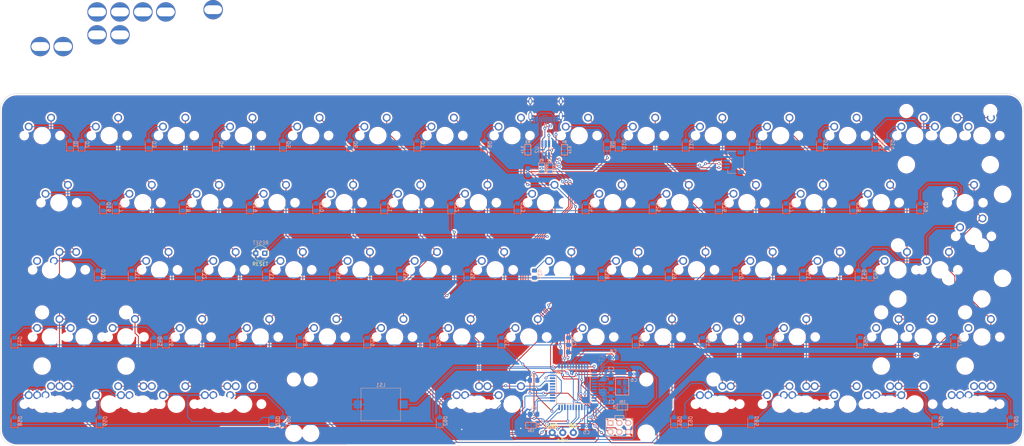
<source format=kicad_pcb>
(kicad_pcb (version 20210722) (generator pcbnew)
  (layers (0 "F.Cu" signal) (31 "B.Cu" signal) (34 "B.Paste" user) (35 "F.Paste" user) (36 "B.SilkS" user "B.Silkscreen") (37 "F.SilkS" user "F.Silkscreen") (38 "B.Mask" user) (39 "F.Mask" user) (44 "Edge.Cuts" user))
  (net 0 "")
  (net 1 "GND")
  (net 2 "Net-(C1-Pad2)")
  (net 3 "Net-(C2-Pad2)")
  (net 4 "VCC")
  (net 5 "Net-(C8-Pad1)")
  (net 6 "row0")
  (net 7 "Net-(D1-Pad2)")
  (net 8 "Net-(D2-Pad2)")
  (net 9 "Net-(D3-Pad2)")
  (net 10 "Net-(D4-Pad2)")
  (net 11 "Net-(D5-Pad2)")
  (net 12 "Net-(D6-Pad2)")
  (net 13 "Net-(D7-Pad2)")
  (net 14 "Net-(D8-Pad2)")
  (net 15 "Net-(D9-Pad2)")
  (net 16 "Net-(D10-Pad2)")
  (net 17 "Net-(D11-Pad2)")
  (net 18 "Net-(D12-Pad2)")
  (net 19 "Net-(D13-Pad2)")
  (net 20 "Net-(D14-Pad2)")
  (net 21 "Net-(D15-Pad2)")
  (net 22 "row1")
  (net 23 "Net-(D16-Pad2)")
  (net 24 "Net-(D17-Pad2)")
  (net 25 "Net-(D18-Pad2)")
  (net 26 "Net-(D19-Pad2)")
  (net 27 "Net-(D20-Pad2)")
  (net 28 "Net-(D21-Pad2)")
  (net 29 "Net-(D22-Pad2)")
  (net 30 "Net-(D23-Pad2)")
  (net 31 "Net-(D24-Pad2)")
  (net 32 "Net-(D25-Pad2)")
  (net 33 "Net-(D26-Pad2)")
  (net 34 "Net-(D27-Pad2)")
  (net 35 "Net-(D28-Pad2)")
  (net 36 "Net-(D29-Pad2)")
  (net 37 "row2")
  (net 38 "Net-(D30-Pad2)")
  (net 39 "Net-(D31-Pad2)")
  (net 40 "Net-(D32-Pad2)")
  (net 41 "Net-(D33-Pad2)")
  (net 42 "Net-(D34-Pad2)")
  (net 43 "Net-(D35-Pad2)")
  (net 44 "Net-(D36-Pad2)")
  (net 45 "Net-(D37-Pad2)")
  (net 46 "Net-(D38-Pad2)")
  (net 47 "Net-(D39-Pad2)")
  (net 48 "Net-(D40-Pad2)")
  (net 49 "Net-(D41-Pad2)")
  (net 50 "Net-(D42-Pad2)")
  (net 51 "Net-(D43-Pad2)")
  (net 52 "row3")
  (net 53 "Net-(D44-Pad2)")
  (net 54 "Net-(D45-Pad2)")
  (net 55 "Net-(D46-Pad2)")
  (net 56 "Net-(D47-Pad2)")
  (net 57 "Net-(D48-Pad2)")
  (net 58 "Net-(D49-Pad2)")
  (net 59 "Net-(D50-Pad2)")
  (net 60 "Net-(D51-Pad2)")
  (net 61 "Net-(D52-Pad2)")
  (net 62 "Net-(D53-Pad2)")
  (net 63 "Net-(D54-Pad2)")
  (net 64 "Net-(D55-Pad2)")
  (net 65 "Net-(D56-Pad2)")
  (net 66 "Net-(D57-Pad2)")
  (net 67 "row4")
  (net 68 "Net-(D58-Pad2)")
  (net 69 "Net-(D59-Pad2)")
  (net 70 "Net-(D60-Pad2)")
  (net 71 "Net-(D61-Pad2)")
  (net 72 "Net-(D62-Pad2)")
  (net 73 "Net-(D63-Pad2)")
  (net 74 "Net-(D64-Pad2)")
  (net 75 "Net-(D65-Pad2)")
  (net 76 "Net-(D66-Pad2)")
  (net 77 "Net-(D67-Pad2)")
  (net 78 "VBUS")
  (net 79 "Net-(H1-Pad1)")
  (net 80 "D+")
  (net 81 "D-")
  (net 83 "Net-(J1-Pad4)")
  (net 84 "Net-(J1-Pad10)")
  (net 86 "MISO")
  (net 87 "SCK")
  (net 88 "MOSI")
  (net 89 "RST")
  (net 90 "col0")
  (net 91 "col1")
  (net 92 "col2")
  (net 93 "col3")
  (net 94 "col4")
  (net 95 "col5")
  (net 96 "col6")
  (net 97 "col7")
  (net 98 "col8")
  (net 99 "col9")
  (net 100 "col10")
  (net 101 "col11")
  (net 102 "col12")
  (net 103 "col13")
  (net 104 "col14")
  (net 105 "Net-(LS1-Pad1)")
  (net 106 "Net-(R2-Pad1)")
  (net 107 "Net-(R5-Pad2)")
  (net 108 "Net-(R5-Pad1)")
  (net 109 "Net-(R6-Pad2)")
  (net 110 "Net-(R6-Pad1)")
  (footprint "MX_Only:MXOnly-1U-NoLED" (layer "F.Cu") (at 311.94375 102.39375)
    (fp_text reference "K42")
    (fp_text value "ISO {backslash}|")
  )
  (footprint "plain60c_footprints:5.5_5x2.5mm" (layer "F.Cu") (at 97.6525 29.20375)
    (fp_text reference "S8" hide)
    (fp_text value "Tofu screw")
  )
  (footprint "MX_Only:MXOnly-1.5U-NoLED" (layer "F.Cu") (at 330.99375 83.34375)
    (fp_text reference "K29")
    (fp_text value "{backslash}")
  )
  (footprint "MX_Only:MXOnly-1U-NoLED" (layer "F.Cu") (at 121.44375 102.39375)
    (fp_text reference "K32")
    (fp_text value "S")
  )
  (footprint "MX_Only:MXOnly-1.5U-NoLED" (layer "F.Cu") (at 283.36875 140.49375)
    (fp_text reference "K65-1")
    (fp_text value "mod7")
  )
  (footprint "MX_Only:MXOnly-1U-NoLED" (layer "F.Cu") (at 116.68125 83.34375)
    (fp_text reference "K18")
    (fp_text value "W")
  )
  (footprint "plain60c_footprints:5.5_5x2.5mm" (layer "F.Cu") (at 117.5925 28.56375)
    (fp_text reference "S9" hide)
    (fp_text value "Tofu screw")
  )
  (footprint "MX_Only:MXOnly-2.25U-NoLED" (layer "F.Cu") (at 80.9625 121.44375)
    (fp_text reference "K44-1")
    (fp_text value "LShift")
  )
  (footprint "plain60c_footprints:5.5_5x2.5mm" (layer "F.Cu") (at 84.6525 29.20375)
    (fp_text reference "S3" hide)
    (fp_text value "Screw")
  )
  (footprint "MX_Only:MXOnly-1U-NoLED" (layer "F.Cu") (at 316.70625 64.29375)
    (fp_text reference "K14")
    (fp_text value "Backspace 1u")
  )
  (footprint "MX_Only:MXOnly-1.25U-NoLED" (layer "F.Cu") (at 71.4375 121.44375)
    (fp_text reference "K44")
    (fp_text value "LShift")
  )
  (footprint "MX_Only:MXOnly-1U-NoLED" (layer "F.Cu") (at 92.86875 121.44375)
    (fp_text reference "K45")
    (fp_text value "ISO {backslash}|")
  )
  (footprint "MX_Only:MXOnly-1U-NoLED" (layer "F.Cu") (at 192.88125 83.34375)
    (fp_text reference "K22")
    (fp_text value "Y")
  )
  (footprint "MX_Only:MXOnly-1.25U-NoLED" (layer "F.Cu") (at 71.4375 140.49375)
    (fp_text reference "K58-2")
    (fp_text value "mod1")
  )
  (footprint "MX_Only:MXOnly-1U-NoLED" (layer "F.Cu") (at 178.59375 102.39375)
    (fp_text reference "K35")
    (fp_text value "G")
  )
  (footprint "MX_Only:MXOnly-1U-NoLED" (layer "F.Cu") (at 145.25625 64.29375)
    (fp_text reference "K5")
    (fp_text value "4")
  )
  (footprint "plain60c_footprints:free_pin" (layer "F.Cu") (at 216.8116 148.59)
    (fp_text reference "H3" hide)
    (fp_text value "+5v")
  )
  (footprint "MX_Only:MXOnly-1U-NoLED" (layer "F.Cu") (at 335.75625 140.49375)
    (fp_text reference "K67")
    (fp_text value "mod9")
  )
  (footprint "MX_Only:MXOnly-1U-NoLED" (layer "F.Cu") (at 235.74375 102.39375)
    (fp_text reference "K38")
    (fp_text value "K")
  )
  (footprint "MX_Only:MXOnly-1U-NoLED" (layer "F.Cu") (at 107.15625 140.49375)
    (fp_text reference "K60")
    (fp_text value "mod3")
  )
  (footprint "plain60c_footprints:5.5_5x2.5mm" (layer "F.Cu") (at 68.5325 39.02375)
    (fp_text reference "S6" hide)
    (fp_text value "Screw")
  )
  (footprint "MX_Only:MXOnly-1U-NoLED" (layer "F.Cu") (at 130.96875 121.44375)
    (fp_text reference "K47")
    (fp_text value "X")
  )
  (footprint "MX_Only:MXOnly-1U-NoLED" (layer "F.Cu") (at 297.65625 140.49375)
    (fp_text reference "K65")
    (fp_text value "mod7")
  )
  (footprint "MX_Only:MXOnly-1U-NoLED" (layer "F.Cu") (at 307.18125 140.49375)
    (fp_text reference "K66-1")
    (fp_text value "mod8")
  )
  (footprint "MX_Only:MXOnly-1U-NoLED" (layer "F.Cu") (at 221.45625 64.29375)
    (fp_text reference "K9")
    (fp_text value "8")
  )
  (footprint "MX_Only:MXOnly-1U-NoLED" (layer "F.Cu") (at 292.89375 102.39375)
    (fp_text reference "K41")
    (fp_text value "'")
  )
  (footprint "MX_Only:MXOnly-1U-NoLED" (layer "F.Cu") (at 107.15625 64.29375)
    (fp_text reference "K3")
    (fp_text value "2")
  )
  (footprint "MX_Only:MXOnly-1.75U-NoLED" (layer "F.Cu") (at 309.5625 121.44375)
    (fp_text reference "K56")
    (fp_text value "RShift")
  )
  (footprint "MX_Only:MXOnly-1U-NoLED" (layer "F.Cu") (at 269.08125 83.34375)
    (fp_text reference "K26")
    (fp_text value "P")
  )
  (footprint "MX_Only:MXOnly-1U-NoLED" (layer "F.Cu") (at 173.83125 83.34375)
    (fp_text reference "K21")
    (fp_text value "T")
  )
  (footprint "MX_Only:MXOnly-1U-NoLED" (layer "F.Cu") (at 335.75625 64.29375)
    (fp_text reference "K15")
    (fp_text value "Del")
  )
  (footprint "MX_Only:MXOnly-1U-NoLED" (layer "F.Cu") (at 307.18125 83.34375)
    (fp_text reference "K28")
    (fp_text value "]")
  )
  (footprint "CustomFootprints:ResetPins" (layer "F.Cu") (at 130.9624 93.6244)
    (fp_text reference "RESET")
    (fp_text value "RESET")
  )
  (footprint "MX_Only:MXOnly-1U-NoLED" (layer "F.Cu") (at 126.20625 64.29375)
    (fp_text reference "K4")
    (fp_text value "3")
  )
  (footprint "MX_Only:MXOnly-1.5U-NoLED" (layer "F.Cu") (at 73.81875 83.34375)
    (fp_text reference "K16")
    (fp_text value "Tab")
  )
  (footprint "MX_Only:MXOnly-1U-NoLED" (layer "F.Cu") (at 97.63125 140.49375)
    (fp_text reference "K59-1")
    (fp_text value "mod2")
  )
  (footprint "MX_Only:MXOnly-1U-NoLED" (layer "F.Cu") (at 135.73125 83.34375)
    (fp_text reference "K19")
    (fp_text value "E")
  )
  (footprint "MX_Only:MXOnly-1U-NoLED" (layer "F.Cu") (at 188.11875 121.44375)
    (fp_text reference "K50")
    (fp_text value "B")
  )
  (footprint "MX_Only:MXOnly-1.25U-NoLED" (layer "F.Cu") (at 261.9375 140.49375)
    (fp_text reference "K64-1")
    (fp_text value "mod6")
  )
  (footprint "MX_Only:MXOnly-1U-NoLED" (layer "F.Cu") (at 88.10625 140.49375)
    (fp_text reference "K59")
    (fp_text value "mod2")
  )
  (footprint "MX_Only:MXOnly-2U-NoLED" (layer "F.Cu") (at 326.23125 64.29375)
    (fp_text reference "K15-1")
    (fp_text value "Backspace")
  )
  (footprint "plain60c_footprints:5.5_5x2.5mm" (layer "F.Cu") (at 104.1525 29.20375)
    (fp_text reference "S1" hide)
    (fp_text value "Screw")
  )
  (footprint "MX_Only:MXOnly-1U-NoLED" (layer "F.Cu") (at 264.31875 121.44375)
    (fp_text reference "K54")
    (fp_text value ".")
  )
  (footprint "MX_Only:MXOnly-1.25U-NoLED" (layer "F.Cu") (at 285.75 140.49375)
    (fp_text reference "K65-2")
    (fp_text value "mod7")
  )
  (footprint "plain60c_footprints:5.5_5x2.5mm" (layer "F.Cu") (at 75.0325 39.02375)
    (fp_text reference "S2" hide)
    (fp_text value "Screw")
  )
  (footprint "MX_Only:MXOnly-1U-NoLED" (layer "F.Cu") (at 154.78125 83.34375)
    (fp_text reference "K20")
    (fp_text value "R")
  )
  (footprint "MX_Only:MXOnly-1U-NoLED" (layer "F.Cu") (at 278.60625 140.49375)
    (fp_text reference "K64")
    (fp_text value "mod6")
  )
  (footprint "MX_Only:MXOnly-1U-NoLED" (layer "F.Cu") (at 207.16875 121.44375)
    (fp_text reference "K51")
    (fp_text value "N")
  )
  (footprint "MX_Only:MXOnly-1.25U-NoLED" (layer "F.Cu") (at 333.375 140.49375)
    (fp_text reference "K67-2")
    (fp_text value "mod9")
  )
  (footprint "MX_Only:MXOnly-1.25U-NoLED" (layer "F.Cu") (at 71.4375 102.39375)
    (fp_text reference "K30-1")
    (fp_text value "Stepped Caps")
  )
  (footprint "plain60c_footprints:free_pin" (layer "F.Cu") (at 219.8116 148.59)
    (fp_text reference "H1" hide)
    (fp_text value "B0")
  )
  (footprint "MX_Only:MXOnly-1U-NoLED" (layer "F.Cu") (at 230.98125 83.34375)
    (fp_text reference "K24")
    (fp_text value "I")
  )
  (footprint "MX_Only:MXOnly-ISO-NoLED" (layer "F.Cu") (at 333.375 92.86875)
    (fp_text reference "K43-1")
    (fp_text value "ISO Enter")
  )
  (footprint "plain60c_footprints:5.5_5x2.5mm" (layer "F.Cu") (at 84.6525 35.70375)
    (fp_text reference "S4" hide)
    (fp_text value "Screw")
  )
  (footprint "MX_Only:MXOnly-2.75U-NoLED" (layer "F.Cu") (at 319.0875 121.44375)
    (fp_text reference "K56-1")
    (fp_text value "RShift")
  )
  (footprint "MX_Only:MXOnly-6U-Centered-NoLED" (layer "F.Cu") (at 192.88125 140.49375)
    (fp_text reference "K62")
    (fp_text value "Space")
  )
  (footprint "plain60c_footprints:5.5_5x2.5mm" (layer "F.Cu") (at 91.1525 35.70375)
    (fp_text reference "S7" hide)
    (fp_text value "Tofu screw")
  )
  (footprint "MX_Only:MXOnly-1U-NoLED" (layer "F.Cu") (at 159.54375 102.39375)
    (fp_text reference "K34")
    (fp_text value "F")
  )
  (footprint "MX_Only:MXOnly-1.25U-NoLED" (layer "F.Cu") (at 119.0625 140.49375)
    (fp_text reference "K60-2")
    (fp_text value "mod3")
  )
  (footprint "MX_Only:MXOnly-1U-NoLED" (layer "F.Cu") (at 259.55625 140.49375)
    (fp_text reference "K63")
    (fp_text value "mod5")
  )
  (footprint "MX_Only:MXOnly-1U-NoLED" (layer "F.Cu") (at 88.10625 64.29375)
    (fp_text reference "K2")
    (fp_text value "1")
  )
  (footprint "MX_Only:MXOnly-1U-NoLED" (layer "F.Cu") (at 164.30625 64.29375)
    (fp_text reference "K6")
    (fp_text value "5")
  )
  (footprint "MX_Only:MXOnly-1U-NoLED" (layer "F.Cu") (at 169.06875 121.44375)
    (fp_text reference "K49")
    (fp_text value "V")
  )
  (footprint "MX_Only:MXOnly-7U-NoLED" (layer "F.Cu") (at 202.40625 140.49375)
    (fp_text reference "K62-1")
    (fp_text value "Space")
  )
  (footprint "MX_Only:MXOnly-1.25U-NoLED" (layer "F.Cu") (at 95.25 140.49375)
    (fp_text reference "K59-2")
    (fp_text value "mod2")
  )
  (footprint "MX_Only:MXOnly-1U-NoLED" (layer "F.Cu") (at 197.64375 102.39375)
    (fp_text reference "K36")
    (fp_text value "H")
  )
  (footprint "MX_Only:MXOnly-1U-NoLED" (layer "F.Cu") (at 202.40625 64.29375)
    (fp_text reference "K8")
    (fp_text value "7")
  )
  (footprint "MX_Only:MXOnly-1U-NoLED" (layer "F.Cu") (at 150.01875 121.44375)
    (fp_text reference "K48")
    (fp_text value "C")
  )
  (footprint "MX_Only:MXOnly-1U-NoLED" (layer "F.Cu") (at 273.84375 102.39375)
    (fp_text reference "K40")
    (fp_text value ";")
  )
  (footprint "MX_Only:MXOnly-1.5U-NoLED" (layer "F.Cu") (at 73.81875 140.49375)
    (fp_text reference "K58-1")
    (fp_text value "mod1")
  )
  (footprint "MX_Only:MXOnly-1U-NoLED" (layer "F.Cu") (at 316.70625 140.49375)
    (fp_text reference "K66")
    (fp_text value "mod8")
  )
  (footprint "MX_Only:MXOnly-6.25U-NoLED" (layer "F.Cu") (at 190.5 140.49375)
    (fp_text reference "K62-2")
    (fp_text value "Space")
  )
  (footprint "MX_Only:MXOnly-2.25U-NoLED" (layer "F.Cu") (at 323.85 102.39375)
    (fp_text reference "K43")
    (fp_text value "Enter")
  )
  (footprint "MX_Only:MXOnly-1U-NoLED" (layer "F.Cu") (at 288.13125 83.34375)
    (fp_text reference "K27")
    (fp_text value "[")
  )
  (footprint "MX_Only:MXOnly-1U-NoLED" (layer "F.Cu") (at 335.75625 121.44375)
    (fp_text reference "K57")
    (fp_text value "FN")
  )
  (footprint "MX_Only:MXOnly-1U-NoLED" (layer "F.Cu") (at 297.65625 64.29375)
    (fp_text reference "K13")
    (fp_text value "=")
  )
  (footprint "MX_Only:MXOnly-1U-NoLED" (layer "F.Cu") (at 245.26875 121.44375)
    (fp_text reference "K53")
    (fp_text value ",")
  )
  (footprint "MX_Only:MXOnly-1U-NoLED" (layer "F.Cu") (at 97.63125 83.34375)
    (fp_text reference "K17")
    (fp_text value "Q")
  )
  (footprint "MX_Only:MXOnly-1U-NoLED" (layer "F.Cu") (at 211.93125 83.34375)
    (fp_text reference "K23")
    (fp_text value "U")
  )
  (footprint "MX_Only:MXOnly-1U-NoLED" (layer "F.Cu") (at 140.49375 102.39375)
    (fp_text reference "K33")
    (fp_text value "D")
  )
  (footprint "MX_Only:MXOnly-1U-NoLED" (layer "F.Cu") (at 69.05625 140.49375)
    (fp_text reference "K58")
    (fp_text value "mod1")
  )
  (footprint "MX_Only:MXOnly-1U-NoLED" (layer "F.Cu") (at 254.79375 102.39375)
    (fp_text reference "K39")
    (fp_text value "L")
  )
  (footprint "MX_Only:MXOnly-1.5U-NoLED" (layer "F.Cu") (at 121.44375 140.49375)
    (fp_text reference "K60-1")
    (fp_text value "mod3")
  )
  (footprint "MX_Only:MXOnly-1U-NoLED" (layer "F.Cu") (at 183.35625 64.29375)
    (fp_text reference "K7")
    (fp_text value "6")
  )
  (footprint "plain60c_footprints:free_pin" (layer "F.Cu") (at 213.8116 148.59)
    (fp_text reference "H2" hide)
    (fp_text value "GND")
  )
  (footprint "MX_Only:MXOnly-1U-NoLED" (layer "F.Cu") (at 283.36875 121.44375)
    (fp_text reference "K55")
    (fp_text value "{slash}")
  )
  (footprint "MX_Only:MXOnly-1U-NoLED" (layer "F.Cu") (at 111.91875 121.44375)
    (fp_text reference "K46")
    (fp_text value "Z")
  )
  (footprint "plain60c_footprints:5.5_5x2.5mm" (layer "F.Cu") (at 91.1525 29.20375)
    (fp_text reference "S5" hide)
    (fp_text value "Screw")
  )
  (footprint "MX_Only:MXOnly-1.5U-NoLED" (layer "F.Cu") (at 330.99375 140.49375)
    (fp_text reference "K67-1")
    (fp_text value "mod9")
  )
  (footprint "MX_Only:MXOnly-1U-NoLED" (layer "F.Cu") (at 250.03125 83.34375)
    (fp_text reference "K25")
    (fp_text value "O")
  )
  (footprint "MX_Only:MXOnly-1U-NoLED" (layer "F.Cu") (at 102.39375 102.39375)
    (fp_text reference "K31")
    (fp_text value "A")
  )
  (footprint "MX_Only:MXOnly-1U-NoLED" (layer "F.Cu") (at 259.55625 64.29375)
    (fp_text reference "K11")
    (fp_text value "0")
  )
  (footprint "MX_Only:MXOnly-1U-NoLED" (layer "F.Cu") (at 226.21875 121.44375)
    (fp_text reference "K52")
    (fp_text value "M")
  )
  (footprint "MX_Only:MXOnly-1U-NoLED" (layer "F.Cu") (at 278.60625 64.29375)
    (fp_text reference "K12")
    (fp_text value "-")
  )
  (footprint "MX_Only:MXOnly-1.25U-NoLED" (layer "F.Cu") (at 309.5625 140.49375)
    (fp_text reference "K66-2")
    (fp_text value "mod8")
  )
  (footprint "MX_Only:MXOnly-1.75U-NoLED" (layer "F.Cu") (at 76.2 102.39375)
    (fp_text reference "K30")
    (fp_text value "Caps")
  )
  (footprint "MX_Only:MXOnly-1U-NoLED" (layer "F.Cu") (at 216.69375 102.39375)
    (fp_text reference "K37")
    (fp_text value "J")
  )
  (footprint "MX_Only:MXOnly-1U-NoLED" (layer "F.Cu") (at 240.50625 64.29375)
    (fp_text reference "K10")
    (fp_text value "9")
  )
  (footprint "MX_Only:MXOnly-1U-NoLED" (layer "F.Cu") (at 126.20625 140.49375)
    (fp_text reference "K61")
    (fp_text value "mod4")
  )
  (footprint "MX_Only:MXOnly-1U-NoLED" (layer "F.Cu") (at 69.05625 64.29375)
    (fp_text reference "K1")
    (fp_text value "Esc")
  )
  (footprint "Diode_SMD:D_0805_2012Metric_Pad1.15x1.40mm_HandSolder" (layer "B.Cu") (at 175.514 66.802 90)
    (fp_text reference "D7")
    (fp_text value "D" hide)
  )
  (footprint "Keebio-Parts:AST1109MLTRQ" (layer "B.Cu") (at 165.1508 140.5636 180)
    (fp_text reference "LS1")
    (fp_text value "Speaker")
  )
  (footprint "Diode_SMD:D_0805_2012Metric_Pad1.15x1.40mm_HandSolder" (layer "B.Cu") (at 208.788 103.632 90)
    (fp_text reference "D37")
    (fp_text value "D" hide)
  )
  (footprint "Diode_SMD:D_0805_2012Metric_Pad1.15x1.40mm_HandSolder" (layer "B.Cu") (at 256.54 122.673008 90)
    (fp_text reference "D54")
    (fp_text value "D" hide)
  )
  (footprint "Diode_SMD:D_0805_2012Metric_Pad1.15x1.40mm_HandSolder" (layer "B.Cu") (at 189.738 103.632 90)
    (fp_text reference "D36")
    (fp_text value "D" hide)
  )
  (footprint "Diode_SMD:D_0805_2012Metric_Pad1.15x1.40mm_HandSolder" (layer "B.Cu") (at 265.938 103.632 90)
    (fp_text reference "D40")
    (fp_text value "D" hide)
  )
  (footprint "Diode_SMD:D_0805_2012Metric_Pad1.15x1.40mm_HandSolder" (layer "B.Cu") (at 181.864 145.288 90)
    (fp_text reference "D62")
    (fp_text value "D" hide)
  )
  (footprint "Diode_SMD:D_0805_2012Metric_Pad1.15x1.40mm_HandSolder" (layer "B.Cu") (at 242.316 84.582 90)
    (fp_text reference "D25")
    (fp_text value "D" hide)
  )
  (footprint "Diode_SMD:D_0805_2012Metric_Pad1.15x1.40mm_HandSolder" (layer "B.Cu") (at 128.016 84.582 90)
    (fp_text reference "D19")
    (fp_text value "D" hide)
  )
  (footprint "keyboard_parts:FA-238" (layer "B.Cu") (at 233.642 135.552 90)
    (fp_text reference "X1" hide)
    (fp_text value "XTAL_GND" hide)
  )
  (footprint "Diode_SMD:D_0805_2012Metric_Pad1.15x1.40mm_HandSolder" (layer "B.Cu") (at 137.414 66.802 90)
    (fp_text reference "D5")
    (fp_text value "D" hide)
  )
  (footprint "Diode_SMD:D_0805_2012Metric_Pad1.15x1.40mm_HandSolder" (layer "B.Cu") (at 251.714 66.802 90)
    (fp_text reference "D11")
    (fp_text value "D" hide)
  )
  (footprint "Diode_SMD:D_0805_2012Metric_Pad1.15x1.40mm_HandSolder" (layer "B.Cu") (at 99.314 66.802 90)
    (fp_text reference "D3")
    (fp_text value "D" hide)
  )
  (footprint "Diode_SMD:D_0805_2012Metric_Pad1.15x1.40mm_HandSolder" (layer "B.Cu") (at 146.812 84.582 90)
    (fp_text reference "D20")
    (fp_text value "D" hide)
  )
  (footprint "Diode_SMD:D_0805_2012Metric_Pad1.15x1.40mm_HandSolder" (layer "B.Cu") (at 270.764 66.802 90)
    (fp_text reference "D12")
    (fp_text value "D" hide)
  )
  (footprint "Diode_SMD:D_0805_2012Metric_Pad1.15x1.40mm_HandSolder" (layer "B.Cu") (at 237.49 122.682 90)
    (fp_text reference "D53")
    (fp_text value "D" hide)
  )
  (footprint "Diode_SMD:D_0805_2012Metric_Pad1.15x1.40mm_HandSolder" (layer "B.Cu") (at 308.864 66.802 90)
    (fp_text reference "D14")
    (fp_text value "D" hide)
  )
  (footprint "Capacitor_SMD:C_0805_2012Metric_Pad1.18x1.45mm_HandSolder" (layer "B.Cu") (at 230.499 137.287 90)
    (fp_text reference "C1")
    (fp_text value "22p")
  )
  (footprint "Capacitor_SMD:C_0805_2012Metric_Pad1.18x1.45mm_HandSolder" (layer "B.Cu") (at 217.2755 125.73)
    (fp_text reference "C7")
    (fp_text value "4.7u")
  )
  (footprint "Diode_SMD:D_0805_2012Metric_Pad1.15x1.40mm_HandSolder" (layer "B.Cu") (at 322.58 145.288 90)
    (fp_text reference "D66")
    (fp_text value "D" hide)
  )
  (footprint "Diode_SMD:D_0805_2012Metric_Pad1.15x1.40mm_HandSolder" (layer "B.Cu") (at 300.736 103.632 90)
    (fp_text reference "D43")
    (fp_text value "D" hide)
  )
  (footprint "Diode_SMD:D_0805_2012Metric_Pad1.15x1.40mm_HandSolder" (layer "B.Cu") (at 61.214 145.288 90)
    (fp_text reference "D58")
    (fp_text value "D" hide)
  )
  (footprint "Diode_SMD:D_0805_2012Metric_Pad1.15x1.40mm_HandSolder" (layer "B.Cu") (at 301.244 122.682 90)
    (fp_text reference "D56")
    (fp_text value "D" hide)
  )
  (footprint "Diode_SMD:D_0805_2012Metric_Pad1.15x1.40mm_HandSolder" (layer "B.Cu") (at 304.038 103.632 90)
    (fp_text reference "D42")
    (fp_text value "D" hide)
  )
  (footprint "Diode_SMD:D_0805_2012Metric_Pad1.15x1.40mm_HandSolder" (layer "B.Cu") (at 275.59 122.682 90)
    (fp_text reference "D55")
    (fp_text value "D" hide)
  )
  (footprint "Diode_SMD:D_0805_2012Metric_Pad1.15x1.40mm_HandSolder" (layer "B.Cu") (at 251.46 145.288 90)
    (fp_text reference "D63")
    (fp_text value "D" hide)
  )
  (footprint "Diode_SMD:D_0805_2012Metric_Pad1.15x1.40mm_HandSolder" (layer "B.Cu") (at 227.838 103.632 90)
    (fp_text reference "D38")
    (fp_text value "D" hide)
  )
  (footprint "Diode_SMD:D_0805_2012Metric_Pad1.15x1.40mm_HandSolder" (layer "B.Cu") (at 299.212 84.582 90)
    (fp_text reference "D28")
    (fp_text value "D" hide)
  )
  (footprint "Resistor_SMD:R_0805_2012Metric_Pad1.20x1.40mm_HandSolder" (layer "B.Cu") (at 206.883 74.549 90)
    (fp_text reference "F1")
    (fp_text value "Polyfuse")
  )
  (footprint "Diode_SMD:D_0805_2012Metric_Pad1.15x1.40mm_HandSolder" (layer "B.Cu") (at 305.562 66.802 90)
    (fp_text reference "D15")
    (fp_text value "D" hide)
  )
  (footprint "Diode_SMD:D_0805_2012Metric_Pad1.15x1.40mm_HandSolder" (layer "B.Cu") (at 108.966 84.582 90)
    (fp_text reference "D18")
    (fp_text value "D" hide)
  )
  (footprint "Diode_SMD:D_0805_2012Metric_Pad1.15x1.40mm_HandSolder" (layer "B.Cu") (at 85.344 145.288 90)
    (fp_text reference "D59")
    (fp_text value "D" hide)
  )
  (footprint "Keebio-Parts:R_0805" (layer "B.Cu") (at 207.772 146.5072 180)
    (fp_text reference "R2")
    (fp_text value "10k")
  )
  (footprint "Diode_SMD:D_0805_2012Metric_Pad1.15x1.40mm_HandSolder" (layer "B.Cu") (at 229.362 66.802 90)
    (fp_text reference "D9")
    (fp_text value "D" hide)
  )
  (footprint "Keebio-Parts:R_0805" (layer "B.Cu") (at 233.7308 141.3256)
    (fp_text reference "R1")
    (fp_text value "10k")
  )
  (footprint "Diode_SMD:D_0805_2012Metric_Pad1.15x1.40mm_HandSolder" (layer "B.Cu") (at 261.112 84.582 90)
    (fp_text reference "D26")
    (fp_text value "D" hide)
  )
  (footprint "Diode_SMD:D_0805_2012Metric_Pad1.15x1.40mm_HandSolder" (layer "B.Cu") (at 343.916 145.288 90)
    (fp_text reference "D67")
    (fp_text value "D" hide)
  )
  (footprint "Keebio-Parts:HRO-TYPE-C-31-M-12-Assembly" (layer "B.Cu") (at 211.93125 51.9715)
    (fp_text reference "J1")
    (fp_text value "HRO-TYPE-C-31-M-12")
  )
  (footprint "Diode_SMD:D_0805_2012Metric_Pad1.15x1.40mm_HandSolder" (layer "B.Cu") (at 84.836 103.632 90)
    (fp_text reference "D30")
    (fp_text value "D" hide)
  )
  (footprint "Connector_JST:JST_SH_SM04B-SRSS-TB_1x04-1MP_P1.00mm_Horizontal" (layer "B.Cu") (at 265.43 71.882 -90)
    (fp_text reference "J3")
    (fp_text value "ai03_ud")
  )
  (footprint "Diode_SMD:D_0805_2012Metric_Pad1.15x1.40mm_HandSolder" (layer "B.Cu") (at 185.166 84.582 90)
    (fp_text reference "D22")
    (fp_text value "D" hide)
  )
  (footprint "Diode_SMD:D_0805_2012Metric_Pad1.15x1.40mm_HandSolder" (layer "B.Cu") (at 284.988 103.632 90)
    (fp_text reference "D41")
    (fp_text value "D" hide)
  )
  (footprint "Diode_SMD:D_0805_2012Metric_Pad1.15x1.40mm_HandSolder" (layer "B.Cu") (at 156.464 66.802 90)
    (fp_text reference "D6")
    (fp_text value "D" hide)
  )
  (footprint "Diode_SMD:D_0805_2012Metric_Pad1.15x1.40mm_HandSolder" (layer "B.Cu") (at 104.14 122.682 90)
    (fp_text reference "D46")
    (fp_text value "D" hide)
  )
  (footprint "Diode_SMD:D_0805_2012Metric_Pad1.15x1.40mm_HandSolder" (layer "B.Cu") (at 180.086 122.682 90)
    (fp_text reference "D50")
    (fp_text value "D" hide)
  )
  (footprint "Diode_SMD:D_0805_2012Metric_Pad1.15x1.40mm_HandSolder" (layer "B.Cu") (at 134.366 145.288 90)
    (fp_text reference "D60")
    (fp_text value "D" hide)
  )
  (footprint "Diode_SMD:D_0805_2012Metric_Pad1.15x1.40mm_HandSolder" (layer "B.Cu") (at 246.888 103.632 90)
    (fp_text reference "D39")
    (fp_text value "D" hide)
  )
  (footprint "Diode_SMD:D_0805_2012Metric_Pad1.15x1.40mm_HandSolder" (layer "B.Cu") (at 161.29 122.682 90)
    (fp_text reference "D49")
    (fp_text value "D" hide)
  )
  (footprint "Capacitor_SMD:C_0805_2012Metric_Pad1.18x1.45mm_HandSolder" (layer "B.Cu") (at 231.14 127.254 180)
    (fp_text reference "C8")
    (fp_text value "1u")
  )
  (footprint "Diode_SMD:D_0805_2012Metric_Pad1.15x1.40mm_HandSolder" (layer "B.Cu") (at 232.664 66.802 90)
    (fp_text reference "D10")
    (fp_text value "D" hide)
  )
  (footprint "Capacitor_SMD:C_0805_2012Metric_Pad1.18x1.45mm_HandSolder" (layer "B.Cu") (at 236.982 131.953)
    (fp_text reference "C6")
    (fp_text value "0.1u")
  )
  (footprint "Diode_SMD:D_0805_2012Metric_Pad1.15x1.40mm_HandSolder" (layer "B.Cu") (at 194.564 66.802 90)
    (fp_text reference "D8")
    (fp_text value "D" hide)
  )
  (footprint "Diode_SMD:D_0805_2012Metric_Pad1.15x1.40mm_HandSolder" (layer "B.Cu") (at 248.412 145.288 90)
    (fp_text reference "D64")
    (fp_text value "D" hide)
  )
  (footprint "Keebio-Parts:R_0805" (layer "B.Cu") (at 217.297 68.326 -90)
    (fp_text reference "R4")
    (fp_text value "5.1k")
  )
  (footprint "Keebio-Parts:R_0805" (layer "B.Cu") (at 206.883 68.326 -90)
    (fp_text reference "R3")
    (fp_text value "5.1k")
  )
  (footprint "Diode_SMD:D_0805_2012Metric_Pad1.15x1.40mm_HandSolder" (layer "B.Cu") (at 151.638 103.632 90)
    (fp_text reference "D34")
    (fp_text value "D" hide)
  )
  (footprint "Diode_SMD:D_0805_2012Metric_Pad1.15x1.40mm_HandSolder" (layer "B.Cu") (at 166.116 84.582 90)
    (fp_text reference "D21")
    (fp_text value "D" hide)
  )
  (footprint "Diode_SMD:D_0805_2012Metric_Pad1.15x1.40mm_HandSolder" (layer "B.Cu") (at 80.264 66.802 90)
    (fp_text reference "D2")
    (fp_text value "D" hide)
  )
  (footprint "Keebio-Parts:ATMEGA32U4-AU" (layer "B.Cu") (at 219.80525 135.54075 -90)
    (fp_text reference "U1")
    (fp_text value "ATmega32U4")
  )
  (footprint "Diode_SMD:D_0805_2012Metric_Pad1.15x1.40mm_HandSolder" (layer "B.Cu") (at 137.414 145.288 90)
    (fp_text reference "D61")
    (fp_text value "D" hide)
  )
  (footprint "Capacitor_SMD:C_0805_2012Metric_Pad1.18x1.45mm_HandSolder" (layer "B.Cu") (at 223.52 146.812)
    (fp_text reference "C5")
    (fp_text value "0.1u")
  )
  (footprint "Diode_SMD:D_0805_2012Metric_Pad1.15x1.40mm_HandSolder" (layer "B.Cu") (at 113.538 103.632 90)
    (fp_text reference "D32")
    (fp_text value "D" hide)
  )
  (footprint "Diode_SMD:D_0805_2012Metric_Pad1.15x1.40mm_HandSolder" (layer "B.Cu") (at 76.962 66.793 90)
    (fp_text reference "D1")
    (fp_text value "D" hide)
  )
  (footprint "Diode_SMD:D_0805_2012Metric_Pad1.15x1.40mm_HandSolder" (layer "B.Cu") (at 280.162 84.582 90)
    (fp_text reference "D27")
    (fp_text value "D" hide)
  )
  (footprint "Capacitor_SMD:C_0805_2012Metric_Pad1.18x1.45mm_HandSolder" (layer "B.Cu") (at 208.534 133.731 180)
    (fp_text reference "C3")
    (fp_text value "0.1u")
  )
  (footprint "Diode_SMD:D_0805_2012Metric_Pad1.15x1.40mm_HandSolder" (layer "B.Cu") (at 61.214 122.682 90)
    (fp_text reference "D44")
    (fp_text value "D" hide)
  )
  (footprint "Keebio-Parts:R_0805" (layer "B.Cu") (at 213.106 73.533 -90)
    (fp_text reference "R6")
    (fp_text value "22Ω")
  )
  (footprint "Keebio-Parts:R_0805" (layer "B.Cu") (at 210.82 73.533 -90)
    (fp_text reference "R5")
    (fp_text value "22Ω")
  )
  (footprint "Diode_SMD:D_0805_2012Metric_Pad1.15x1.40mm_HandSolder" (layer "B.Cu") (at 123.19 122.682 90)
    (fp_text reference "D47")
    (fp_text value "D" hide)
  )
  (footprint "Diode_SMD:D_0805_2012Metric_Pad1.15x1.40mm_HandSolder" (layer "B.Cu") (at 270.256 145.288 90)
    (fp_text reference "D65")
    (fp_text value "D" hide)
  )
  (footprint "Diode_SMD:D_0805_2012Metric_Pad1.15x1.40mm_HandSolder" (layer "B.Cu") (at 218.44 122.682 90)
    (fp_text reference "D52")
    (fp_text value "D" hide)
  )
  (footprint "Diode_SMD:D_0805_2012Metric_Pad1.15x1.40mm_HandSolder" (layer "B.Cu") (at 94.488 103.632 90)
    (fp_text reference "D31")
    (fp_text value "D" hide)
  )
  (footprint "Capacitor_SMD:C_0805_2012Metric_Pad1.18x1.45mm_HandSolder" (layer "B.Cu") (at 230.499 133.347 -90)
    (fp_text reference "C2")
    (fp_text value "22p")
  )
  (footprint "Diode_SMD:D_0805_2012Metric_Pad1.15x1.40mm_HandSolder" (layer "B.Cu") (at 199.39 122.682 90)
    (fp_text reference "D51")
    (fp_text value "D" hide)
  )
  (footprint "Package_TO_SOT_SMD:TSOT-23-6_HandSoldering" (layer "B.Cu") (at 211.963 68.326 -90)
    (fp_text reference "U2")
    (fp_text value "USBLC6-2SC6")
  )
  (footprint "Diode_SMD:D_0805_2012Metric_Pad1.15x1.40mm_HandSolder" (layer "B.Cu") (at 142.24 122.682 90)
    (fp_text reference "D48")
    (fp_text value "D" hide)
  )
  (footprint "Diode_SMD:D_0805_2012Metric_Pad1.15x1.40mm_HandSolder" (layer "B.Cu") (at 289.814 66.802 90)
    (fp_text reference "D13")
    (fp_text value "D" hide)
  )
  (footprint "Diode_SMD:D_0805_2012Metric_Pad1.15x1.40mm_HandSolder" (layer "B.Cu") (at 318.262 84.582 90)
    (fp_text reference "D29")
    (fp_text value "D" hide)
  )
  (footprint "Diode_SMD:D_0805_2012Metric_Pad1.15x1.40mm_HandSolder" (layer "B.Cu") (at 118.364 66.802 90)
    (fp_text reference "D4")
    (fp_text value "D" hide)
  )
  (footprint "keyboard_parts:AVR_ICSP_3x2" (layer "B.Cu") (at 232.8672 147.1168)
    (fp_text reference "J2" hide)
    (fp_text value "ISP" hide)
  )
  (footprint "Diode_SMD:D_0805_2012Metric_Pad1.15x1.40mm_HandSolder" (layer "B.Cu") (at 223.266 84.582 90)
    (fp_text reference "D24")
    (fp_text value "D" hide)
  )
  (footprint "Diode_SMD:D_0805_2012Metric_Pad1.15x1.40mm_HandSolder" (layer "B.Cu") (at 327.914 122.682 90)
    (fp_text reference "D57")
    (fp_text value "D" hide)
  )
  (footprint "Capacitor_SMD:C_0805_2012Metric_Pad1.18x1.45mm_HandSolder" (layer "B.Cu") (at 208.534 143.383 180)
    (fp_text reference "C4")
    (fp_text value "0.1u")
  )
  (footprint "Diode_SMD:D_0805_2012Metric_Pad1.15x1.40mm_HandSolder" (layer "B.Cu") (at 100.838 122.682 90)
    (fp_text reference "D45")
    (fp_text value "D" hide)
  )
  (footprint "Diode_SMD:D_0805_2012Metric_Pad1.15x1.40mm_HandSolder" (layer "B.Cu") (at 132.588 103.632 90)
    (fp_text reference "D33")
    (fp_text value "D" hide)
  )
  (footprint "Diode_SMD:D_0805_2012Metric_Pad1.15x1.40mm_HandSolder" (layer "B.Cu") (at 89.916 84.582 90)
    (fp_text reference "D17")
    (fp_text value "D" hide)
  )
  (footprint "Diode_SMD:D_0805_2012Metric_Pad1.15x1.40mm_HandSolder" (layer "B.Cu") (at 203.962 84.582 90)
    (fp_text reference "D23")
    (fp_text value "D" hide)
  )
  (footprint "Diode_SMD:D_0805_2012Metric_Pad1.15x1.40mm_HandSolder" (layer "B.Cu") (at 170.688 103.632 90)
    (fp_text reference "D35")
    (fp_text value "D" hide)
  )
  (footprint "Diode_SMD:D_0805_2012Metric_Pad1.15x1.40mm_HandSolder" (layer "B.Cu") (at 86.36 84.582 90)
    (fp_text reference "D16")
    (fp_text value "D" hide)
  )
  (gr_arc (start 342.9 147.6375) (end 342.9 152.4) (angle -90) (layer "Edge.Cuts") (width 0.1))
  (gr_arc (start 342.9 57.15) (end 342.9 52.3875) (angle 90) (layer "Edge.Cuts") (width 0.1))
  (gr_line (start 342.9 52.3875) (end 61.9125 52.3875) (layer "Edge.Cuts") (width 0.1))
  (gr_line (start 347.6625 147.6375) (end 347.6625 57.15) (layer "Edge.Cuts") (width 0.1))
  (gr_arc (start 61.9125 57.15) (end 61.9125 52.3875) (angle -90) (layer "Edge.Cuts") (width 0.1))
  (gr_line (start 61.9125 152.4) (end 342.9 152.4) (layer "Edge.Cuts") (width 0.1))
  (gr_arc (start 61.9125 147.6375) (end 57.15 147.6375) (angle -90) (layer "Edge.Cuts") (width 0.1))
  (gr_line (start 57.15 57.15) (end 57.15 147.6375) (layer "Edge.Cuts") (width 0.1))
  (segment (start 216.25125 54.5715) (end 216.25125 58.7515) (width 0.25) (layer "F.Cu") (net 1))
  (segment (start 207.61125 54.5715) (end 207.61125 58.7515) (width 0.25) (layer "F.Cu") (net 1))
  (via (at 219.3036 131.572) (size 0.8) (drill 0.4) (layers "F.Cu" "B.Cu") (net 1))
  (via (at 204.8764 147.3708) (size 0.8) (drill 0.4) (layers "F.Cu" "B.Cu") (net 1))
  (segment (start 207.457 69.276) (end 208.407 68.326) (width 0.25) (layer "B.Cu") (net 1))
  (segment (start 232.842 134.852978) (end 234.442 136.452978) (width 0.25) (layer "B.Cu") (net 1))
  (segment (start 211.277022 68.326) (end 211.963 67.640022) (width 0.25) (layer "B.Cu") (net 1))
  (segment (start 208.407 68.326) (end 211.277022 68.326) (width 0.25) (layer "B.Cu") (net 1))
  (segment (start 227.306811 149.561311) (end 234.232689 149.561311) (width 0.25) (layer "B.Cu") (net 1))
  (segment (start 219.00525 131.27365) (end 219.3036 131.572) (width 0.25) (layer "B.Cu") (net 1))
  (segment (start 215.33625 59.6665) (end 216.25125 58.7515) (width 0.25) (layer "B.Cu") (net 1))
  (segment (start 223.80525 134.84075) (end 224.70525 133.94075) (width 0.25) (layer "B.Cu") (net 1))
  (segment (start 234.232689 149.561311) (end 235.4072 148.3868) (width 0.25) (layer "B.Cu") (net 1))
  (segment (start 223.80525 146.05975) (end 224.5575 146.812) (width 0.25) (layer "B.Cu") (net 1))
  (segment (start 219.00525 129.64075) (end 219.00525 131.27365) (width 0.25) (layer "B.Cu") (net 1))
  (segment (start 215.15625 59.6665) (end 215.33625 59.6665) (width 0.25) (layer "B.Cu") (net 1))
  (segment (start 205.74 146.5072) (end 204.8764 147.3708) (width 0.25) (layer "B.Cu") (net 1))
  (segment (start 234.442 136.452978) (end 234.442 136.652) (width 0.25) (layer "B.Cu") (net 1))
  (segment (start 232.842 134.452) (end 232.842 134.852978) (width 0.25) (layer "B.Cu") (net 1))
  (segment (start 207.61125 54.5715) (end 216.25125 54.5715) (width 0.25) (layer "B.Cu") (net 1))
  (segment (start 223.80525 141.44075) (end 223.80525 134.84075) (width 0.25) (layer "B.Cu") (net 1))
  (segment (start 211.963 67.640022) (end 211.963 66.616) (width 0.25) (layer "B.Cu") (net 1))
  (segment (start 206.822 146.5072) (end 205.74 146.5072) (width 0.25) (layer "B.Cu") (net 1))
  (segment (start 206.883 69.276) (end 207.457 69.276) (width 0.25) (layer "B.Cu") (net 1))
  (segment (start 208.70625 59.6665) (end 208.52625 59.6665) (width 0.25) (layer "B.Cu") (net 1))
  (segment (start 208.52625 59.6665) (end 207.61125 58.7515) (width 0.25) (layer "B.Cu") (net 1))
  (segment (start 223.80525 141.44075) (end 223.80525 146.05975) (width 0.25) (layer "B.Cu") (net 1))
  (segment (start 224.70525 133.94075) (end 225.70525 133.94075) (width 0.25) (layer "B.Cu") (net 1))
  (segment (start 224.5575 146.812) (end 227.306811 149.561311) (width 0.25) (layer "B.Cu") (net 1))
  (segment (start 229.79025 135.54075) (end 225.70525 135.54075) (width 0.25) (layer "B.Cu") (net 2))
  (segment (start 232.4395 136.2495) (end 230.499 136.2495) (width 0.25) (layer "B.Cu") (net 2))
  (segment (start 230.499 136.2495) (end 229.79025 135.54075) (width 0.25) (layer "B.Cu") (net 2))
  (segment (start 232.842 136.652) (end 232.4395 136.2495) (width 0.25) (layer "B.Cu") (net 2))
  (segment (start 230.14275 134.74075) (end 225.70525 134.74075) (width 0.25) (layer "B.Cu") (net 3))
  (segment (start 234.442 132.715) (end 234.442 134.452) (width 0.25) (layer "B.Cu") (net 3))
  (segment (start 230.499 134.3845) (end 230.14275 134.74075) (width 0.25) (layer "B.Cu") (net 3))
  (segment (start 229.489 134.747) (end 229.48275 134.74075) (width 0.25) (layer "B.Cu") (net 3))
  (segment (start 230.505 134.2605) (end 230.0185 134.747) (width 0.25) (layer "B.Cu") (net 3))
  (segment (start 230.499 134.3845) (end 230.499 134.372) (width 0.25) (layer "B.Cu") (net 3))
  (segment (start 232.156 132.715) (end 234.442 132.715) (width 0.25) (layer "B.Cu") (net 3))
  (segment (start 230.499 134.372) (end 232.156 132.715) (width 0.25) (layer "B.Cu") (net 3))
  (segment (start 232.1775 126.2595) (end 232.1775 127.254) (width 0.25) (layer "B.Cu") (net 5))
  (segment (start 231.394 125.476) (end 232.1775 126.2595) (width 0.25) (layer "B.Cu") (net 5))
  (segment (start 219.80525 128.64075) (end 222.97 125.476) (width 0.25) (layer "B.Cu") (net 5))
  (segment (start 222.97 125.476) (end 231.394 125.476) (width 0.25) (layer "B.Cu") (net 5))
  (segment (start 219.80525 129.64075) (end 219.80525 128.64075) (width 0.25) (layer "B.Cu") (net 5))
  (segment (start 205.29048 97.603803) (end 205.29048 109.033078) (width 0.25) (layer "F.Cu") (net 6))
  (segment (start 214.4776 81.407) (end 214.6046 81.534) (width 0.25) (layer "F.Cu") (net 6))
  (segment (start 217.43168 131.09708) (end 218.0336 131.699) (width 0.25) (layer "F.Cu") (net 6))
  (segment (start 214.249 70.104) (end 215.138 70.993) (width 0.25) (layer "F.Cu") (net 6))
  (segment (start 216.7128 132.207) (end 216.7128 132.9436) (width 0.25) (layer "F.Cu") (net 6))
  (segment (start 213.614 68.453) (end 214.884 67.183) (width 0.25) (layer "F.Cu") (net 6))
  (segment (start 220.6498 132.1816) (end 220.1164 132.715) (width 0.25) (layer "F.Cu") (net 6))
  (segment (start 256.3505 73.406) (end 261.112 73.406) (width 0.25) (layer "F.Cu") (net 6))
  (segment (start 216.8144 146.812) (end 223.3705 146.812) (width 0.25) (layer "F.Cu") (net 6))
  (segment (start 216.8116 146.8148) (end 216.8116 148.59) (width 0.25) (layer "F.Cu") (net 6))
  (segment (start 206.883 74.549) (end 207.6196 74.549) (width 0.25) (layer "F.Cu") (net 6))
  (segment (start 206.911067 74.520933) (end 225.554667 74.520933) (width 0.25) (layer "F.Cu") (net 6))
  (segment (start 216.8144 146.812) (end 216.8116 146.8148) (width 0.25) (layer "F.Cu") (net 6))
  (segment (start 221.0816 133.35) (end 221.220689 133.489089) (width 0.25) (layer "F.Cu") (net 6))
  (segment (start 220.1164 132.715) (end 217.2208 132.715) (width 0.25) (layer "F.Cu") (net 6))
  (segment (start 220.6498 132.1816) (end 220.7514 132.08) (width 0.25) (layer "F.Cu") (net 6))
  (segment (start 216.813052 77.419309) (end 218.44 79.046257) (width 0.25) (layer "F.Cu") (net 6))
  (segment (start 204.8256 109.347) (end 215.657181 120.178581) (width 0.25) (layer "F.Cu") (net 6))
  (segment (start 218.44 84.454282) (end 205.29048 97.603803) (width 0.25) (layer "F.Cu") (net 6))
  (segment (start 213.614 69.469) (end 214.249 70.104) (width 0.25) (layer "F.Cu") (net 6))
  (segment (start 255.651 72.7065) (end 256.3505 73.406) (width 0.25) (layer "F.Cu") (net 6))
  (segment (start 214.0966 131.09708) (end 217.43168 131.09708) (width 0.25) (layer "F.Cu") (net 6))
  (segment (start 208.4832 143.371346) (end 211.923854 146.812) (width 0.25) (layer "F.Cu") (net 6))
  (segment (start 215.657181 120.178581) (end 215.657181 121.412) (width 0.25) (layer "F.Cu") (net 6))
  (segment (start 214.884 67.183) (end 214.884 64.008) (width 0.25) (layer "F.Cu") (net 6))
  (segment (start 213.346689 123.722492) (end 213.346689 130.347169) (width 0.25) (layer "F.Cu") (net 6))
  (segment (start 221.220689 133.489089) (end 221.220689 137.910125) (width 0.25) (layer "F.Cu") (net 6))
  (segment (start 236.855 132.08) (end 236.982 131.953) (width 0.25) (layer "F.Cu") (net 6))
  (segment (start 204.8256 107.188) (end 204.8256 109.347) (width 0.25) (layer "F.Cu") (net 6))
  (segment (start 204.8256 97.409) (end 204.8256 107.188) (width 0.25) (layer "F.Cu") (net 6))
  (segment (start 216.7128 132.207) (end 216.0524 131.5466) (width 0.25) (layer "F.Cu") (net 6))
  (segment (start 205.29048 109.033078) (end 216.106701 119.849299) (width 0.25) (layer "F.Cu") (net 6))
  (segment (start 214.6046 87.63) (end 212.9536 89.281) (width 0.25) (layer "F.Cu") (net 6))
  (segment (start 216.106701 119.849299) (end 216.106701 124.079) (width 0.25) (layer "F.Cu") (net 6))
  (segment (start 218.44 79.046257) (end 218.44 84.454282) (width 0.25) (layer "F.Cu") (net 6))
  (segment (start 214.6046 81.534) (end 214.6046 87.63) (width 0.25) (layer "F.Cu") (net 6))
  (segment (start 217.1192 133.35) (end 221.0816 133.35) (width 0.25) (layer "F.Cu") (net 6))
  (segment (start 212.9536 89.281) (end 204.8256 97.409) (width 0.25) (layer "F.Cu") (net 6))
  (segment (start 215.138 70.993) (end 215.773 70.993) (width 0.25) (layer "F.Cu") (net 6))
  (segment (start 207.6196 74.549) (end 214.4776 81.407) (width 0.25) (layer "F.Cu") (net 6))
  (segment (start 225.552 144.190182) (end 229.748618 148.3868) (width 0.25) (layer "F.Cu") (net 6))
  (segment (start 208.6356 131.5466) (end 208.6356 143.218946) (width 0.25) (layer "F.Cu") (net 6))
  (segment (start 213.614 68.453) (end 213.614 69.469) (width 0.25) (layer "F.Cu") (net 6))
  (segment (start 208.6356 143.218946) (end 208.4832 143.371346) (width 0.25) (layer "F.Cu") (net 6))
  (segment (start 236.982 131.953) (end 236.8325 131.953) (width 0.25) (layer "F.Cu") (net 6))
  (segment (start 217.2208 132.715) (end 216.7128 132.207) (width 0.25) (layer "F.Cu") (net 6))
  (segment (start 221.220689 137.910125) (end 225.552 142.241436) (width 0.25) (layer "F.Cu") (net 6))
  (segment (start 220.7514 132.08) (end 236.855 132.08) (width 0.25) (layer "F.Cu") (net 6))
  (segment (start 225.554667 74.520933) (end 229.4636 70.612) (width 0.25) (layer "F.Cu") (net 6))
  (segment (start 215.657181 121.412) (end 213.346689 123.722492) (width 0.25) (layer "F.Cu") (net 6))
  (segment (start 211.923854 146.812) (end 216.8144 146.812) (width 0.25) (layer "F.Cu") (net 6))
  (segment (start 206.883 74.549) (end 206.911067 74.520933) (width 0.25) (layer "F.Cu") (net 6))
  (segment (start 216.7128 132.9436) (end 217.1192 133.35) (width 0.25) (layer "F.Cu") (net 6))
  (segment (start 216.0524 131.5466) (end 208.6356 131.5466) (width 0.25) (layer "F.Cu") (net 6))
  (segment (start 213.346689 130.347169) (end 214.0966 131.09708) (width 0.25) (layer "F.Cu") (net 6))
  (segment (start 229.748618 148.3868) (end 230.3272 148.3868) (width 0.25) (layer "F.Cu") (net 6))
  (segment (start 225.552 142.241436) (end 225.552 144.190182) (width 0.25) (layer "F.Cu") (net 6))
  (via (at 236.982 131.953) (size 0.8) (drill 0.4) (layers "F.Cu" "B.Cu") (net 6))
  (via (at 212.0392 133.096) (size 0.8) (drill 0.4) (layers "F.Cu" "B.Cu") (net 6))
  (via (at 261.112 73.406) (size 0.8) (drill 0.4) (layers "F.Cu" "B.Cu") (net 6))
  (via (at 218.0336 131.699) (size 0.8) (drill 0.4) (layers "F.Cu" "B.Cu") (net 6))
  (via (at 216.106701 124.079) (size 0.8) (drill 0.4) (layers "F.Cu" "B.Cu") (net 6))
  (via (at 208.4832 143.371346) (size 0.8) (drill 0.4) (layers "F.Cu" "B.Cu") (net 6))
  (via (at 216.813052 77.419309) (size 0.8) (drill 0.4) (layers "F.Cu" "B.Cu") (net 6))
  (via (at 220.6498 132.1816) (size 0.8) (drill 0.4) (layers "F.Cu" "B.Cu") (net 6))
  (via (at 225.552537 144.190719) (size 0.8) (drill 0.4) (layers "F.Cu" "B.Cu") (net 6))
  (via (at 215.773 70.993) (size 0.8) (drill 0.4) (layers "F.Cu" "B.Cu") (net 6))
  (via (at 210.82 73.533) (size 0.8) (drill 0.4) (layers "F.Cu" "B.Cu") (net 6))
  (via (at 206.883 74.549) (size 0.8) (drill 0.4) (layers "F.Cu" "B.Cu") (net 6))
  (via (at 214.884 64.008) (size 0.8) (drill 0.4) (layers "F.Cu" "B.Cu") (net 6))
  (via (at 216.7128 132.207) (size 0.8) (drill 0.4) (layers "F.Cu" "B.Cu") (net 6))
  (via (at 255.651 72.7065) (size 0.8) (drill 0.4) (layers "F.Cu" "B.Cu") (net 6))
  (via (at 229.4636 70.612) (size 0.8) (drill 0.4) (layers "F.Cu" "B.Cu") (net 6))
  (via (at 213.614 68.453) (size 0.8) (drill 0.4) (layers "F.Cu" "B.Cu") (net 6))
  (via (at 223.52 146.812) (size 0.8) (drill 0.4) (layers "F.Cu" "B.Cu") (net 6))
  (via (at 208.6356 131.5466) (size 0.8) (drill 0.4) (layers "F.Cu" "B.Cu") (net 6))
  (segment (start 214.995 75.549) (end 216.813052 77.367052) (width 0.25) (layer "B.Cu") (net 6))
  (segment (start 206.883 73.549) (end 206.899 73.533) (width 0.25) (layer "B.Cu") (net 6))
  (segment (start 214.90525 132.34075) (end 216.408 133.8435) (width 0.25) (layer "B.Cu") (net 6))
  (segment (start 99.314 67.827) (end 118.364 67.827) (width 0.25) (layer "B.Cu") (net 6))
  (segment (start 228.6762 129.9464) (end 228.0412 130.5814) (width 0.25) (layer "B.Cu") (net 6))
  (segment (start 208.6835 143.371346) (end 209.559846 143.371346) (width 0.25) (layer "B.Cu") (net 6))
  (segment (start 215.773 70.993) (end 217.4865 72.7065) (width 0.25) (layer "B.Cu") (net 6))
  (segment (start 211.963 70.036) (end 211.963 68.961) (width 0.25) (layer "B.Cu") (net 6))
  (segment (start 235.0262 129.9464) (end 228.6762 129.9464) (width 0.25) (layer "B.Cu") (net 6))
  (segment (start 80.264 67.827) (end 99.314 67.827) (width 0.25) (layer "B.Cu") (net 6))
  (segment (start 175.514 67.827) (end 194.564 67.827) (width 0.25) (layer "B.Cu") (net 6))
  (segment (start 216.813052 77.367052) (end 216.813052 77.419309) (width 0.25) (layer "B.Cu") (net 6))
  (segment (start 228.417656 141.3256) (end 225.552537 144.190719) (width 0.25) (layer "B.Cu") (net 6))
  (segment (start 212.09 68.834) (end 212.471 68.453) (width 0.25) (layer "B.Cu") (net 6))
  (segment (start 220.60525 132.13705) (end 220.60525 129.64075) (width 0.25) (layer "B.Cu") (net 6))
  (segment (start 209.88705 139.54075) (end 213.90525 139.54075) (width 0.25) (layer "B.Cu") (net 6))
  (segment (start 208.6356 131.5466) (end 209.5715 132.4825) (width 0.25) (layer "B.Cu") (net 6))
  (segment (start 210.439 57.912) (end 213.36 57.912) (width 0.25) (layer "B.Cu") (net 6))
  (segment (start 216.408 133.8435) (end 216.408 137.087022) (width 0.25) (layer "B.Cu") (net 6))
  (segment (start 232.664 67.827) (end 229.362 67.827) (width 0.25) (layer "B.Cu") (net 6))
  (segment (start 76.962 67.818) (end 80.255 67.818) (width 0.25) (layer "B.Cu") (net 6))
  (segment (start 208.9912 141.8883) (end 207.4965 143.383) (width 0.25) (layer "B.Cu") (net 6))
  (segment (start 218.0336 131.699) (end 219.80525 133.47065) (width 0.25) (layer "B.Cu") (net 6))
  (segment (start 216.106701 124.079) (end 216.238 124.210299) (width 0.25) (layer "B.Cu") (net 6))
  (segment (start 214.38125 58.93325) (end 214.38125 59.6665) (width 0.25) (layer "B.Cu") (net 6))
  (segment (start 228.0412 130.5814) (end 228.0412 131.8048) (width 0.25) (layer "B.Cu") (net 6))
  (segment (start 216.7128 132.207) (end 216.60525 132.09945) (width 0.25) (layer "B.Cu") (net 6))
  (segment (start 229.362 70.5104) (end 229.362 67.827) (width 0.25) (layer "B.Cu") (net 6))
  (segment (start 213.90525 138.74075) (end 210.051332 138.74075) (width 0.25) (layer "B.Cu") (net 6))
  (segment (start 213.36 57.912) (end 214.38125 58.93325) (width 0.25) (layer "B.Cu") (net 6))
  (segment (start 201.21052 74.47352) (end 206.80752 74.47352) (width 0.25) (layer "B.Cu") (net 6))
  (segment (start 261.112 73.406) (end 263.406 73.406) (width 0.25) (layer "B.Cu") (net 6))
  (segment (start 251.714 67.827) (end 232.664 67.827) (width 0.25) (layer "B.Cu") (net 6))
  (segment (start 216.238 125.73) (end 216.60525 126.09725) (width 0.25) (layer "B.Cu") (net 6))
  (segment (start 219.80525 133.47065) (end 219.80525 141.44075) (width 0.25) (layer "B.Cu") (net 6))
  (segment (start 213.90525 132.34075) (end 212.79445 132.34075) (width 0.25) (layer "B.Cu") (net 6))
  (segment (start 216.408 137.087022) (end 214.754272 138.74075) (width 0.25) (layer "B.Cu") (net 6))
  (segment (start 209.5715 133.731) (end 211.76175 131.54075) (width 0.25) (layer "B.Cu") (net 6))
  (segment (start 206.883 75.549) (end 214.995 75.549) (width 0.25) (layer "B.Cu") (net 6))
  (segment (start 223.00525 146.28925) (end 223.00525 141.44075) (width 0.25) (layer "B.Cu") (net 6))
  (segment (start 194.564 67.827) (end 201.21052 74.47352) (width 0.25) (layer "B.Cu") (net 6))
  (segment (start 214.884 64.008) (end 214.884 61.341) (width 0.25) (layer "B.Cu") (net 6))
  (segment (start 216.60525 126.09725) (end 216.60525 129.64075) (width 0.25) (layer "B.Cu") (net 6))
  (segment (start 209.5715 132.4825) (end 209.5715 133.731) (width 0.25) (layer "B.Cu") (net 6))
  (segment (start 214.884 61.341) (end 214.38125 60.83825) (width 0.25) (layer "B.Cu") (net 6))
  (segment (start 263.406 73.406) (end 263.43 73.382) (width 0.25) (layer "B.Cu") (net 6))
  (segment (start 156.464 67.827) (end 175.514 67.827) (width 0.25) (layer "B.Cu") (net 6))
  (segment (start 222.4825 146.812) (end 223.00525 146.28925) (width 0.25) (layer "B.Cu") (net 6))
  (segment (start 206.80752 74.47352) (end 206.883 74.549) (width 0.25) (layer "B.Cu") (net 6))
  (segment (start 211.76175 131.54075) (end 213.90525 131.54075) (width 0.25) (layer "B.Cu") (net 6))
  (segment (start 211.963 68.961) (end 212.09 68.834) (width 0.25) (layer "B.Cu") (net 6))
  (segment (start 209.5715 139.8563) (end 209.88705 139.54075) (width 0.25) (layer "B.Cu") (net 6))
  (segment (start 209.48125 58.86975) (end 210.439 57.912) (width 0.25) (layer "B.Cu") (net 6))
  (segment (start 305.562 67.827) (end 289.814 67.827) (width 0.25) (layer "B.Cu") (net 6))
  (segment (start 308.864 67.827) (end 305.562 67.827) (width 0.25) (layer "B.Cu") (net 6))
  (segment (start 212.79445 132.34075) (end 212.0392 133.096) (width 0.25) (layer "B.Cu") (net 6))
  (segment (start 214.38125 60.83825) (end 214.38125 59.6665) (width 0.25) (layer "B.Cu") (net 6))
  (segment (start 213.90525 132.34075) (end 214.90525 132.34075) (width 0.25) (layer "B.Cu") (net 6))
  (segment (start 251.714 67.827) (end 270.764 67.827) (width 0.25) (layer "B.Cu") (net 6))
  (segment (start 211.963 73.152) (end 211.963 70.036) (width 0.25) (layer "B.Cu") (net 6))
  (segment (start 209.5715 143.383) (end 209.5715 139.8563) (width 0.25) (layer "B.Cu") (net 6))
  (segment (start 220.6498 132.1816) (end 220.60525 132.13705) (width 0.25) (layer "B.Cu") (net 6))
  (segment (start 137.414 67.827) (end 156.464 67.827) (width 0.25) (layer "B.Cu") (net 6))
  (segment (start 235.9445 131.953) (end 235.9445 130.8647) (width 0.25) (layer "B.Cu") (net 6))
  (segment (start 214.754272 138.74075) (end 213.90525 138.74075) (width 0.25) (layer "B.Cu") (net 6))
  (segment (start 229.4636 70.612) (end 229.362 70.5104) (width 0.25) (layer "B.Cu") (net 6))
  (segment (start 209.559846 143.371346) (end 209.5715 143.383) (width 0.25) (layer "B.Cu") (net 6))
  (segment (start 118.364 67.827) (end 137.414 67.827) (width 0.25) (layer "B.Cu") (net 6))
  (segment (start 216.60525 132.09945) (end 216.60525 129.64075) (width 0.25) (layer "B.Cu") (net 6))
  (segment (start 236.8325 131.953) (end 235.9445 131.953) (width 0.25) (layer "B.Cu") (net 6))
  (segment (start 212.471 68.453) (end 213.614 68.453) (width 0.25) (layer "B.Cu") (net 6))
  (segment (start 226.70525 133.14075) (end 225.70525 133.14075) (width 0.25) (layer "B.Cu") (net 6))
  (segment (start 208.9912 139.800882) (end 208.9912 141.8883) (width 0.25) (layer "B.Cu") (net 6))
  (segment (start 228.0412 131.8048) (end 226.70525 133.14075) (width 0.25) (layer "B.Cu") (net 6))
  (segment (start 217.4865 72.7065) (end 255.651 72.7065) (width 0.25) (layer "B.Cu") (net 6))
  (segment (start 223.3705 146.812) (end 222.4825 146.812) (width 0.25) (layer "B.Cu") (net 6))
  (segment (start 80.255 67.818) (end 80.264 67.827) (width 0.25) (layer "B.Cu") (net 6))
  (segment (start 206.899 73.533) (end 211.582 73.533) (width 0.25) (layer "B.Cu") (net 6))
  (segment (start 216.238 124.210299) (end 216.238 125.73) (width 0.25) (layer "B.Cu") (net 6))
  (segment (start 210.051332 138.74075) (end 208.9912 139.800882) (width 0.25) (layer "B.Cu") (net 6))
  (segment (start 289.814 67.827) (end 270.764 67.827) (width 0.25) (layer "B.Cu") (net 6))
  (segment (start 209.48125 59.6665) (end 209.48125 58.86975) (width 0.25) (layer "B.Cu") (net 6))
  (segment (start 211.582 73.533) (end 211.963 73.152) (width 0.25) (layer "B.Cu") (net 6))
  (segment (start 232.7808 141.3256) (end 228.417656 141.3256) (width 0.25) (layer "B.Cu") (net 6))
  (segment (start 235.9445 130.8647) (end 235.0262 129.9464) (width 0.25) (layer "B.Cu") (net 6))
  (segment (start 76.962 65.768) (end 76.962 64.1604) (width 0.25) (layer "B.Cu") (net 7))
  (segment (start 74.55535 61.75375) (end 65.24625 61.75375) (width 0.25) (layer "B.Cu") (net 7))
  (segment (start 76.962 64.1604) (end 74.55535 61.75375) (width 0.25) (layer "B.Cu") (net 7))
  (segment (start 82.36585 61.75375) (end 84.29625 61.75375) (width 0.25) (layer "B.Cu") (net 8))
  (segment (start 80.264 63.8556) (end 82.36585 61.75375) (width 0.25) (layer "B.Cu") (net 8))
  (segment (start 80.264 65.777) (end 80.264 63.8556) (width 0.25) (layer "B.Cu") (net 8))
  (segment (start 99.314 63.6016) (end 101.16185 61.75375) (width 0.25) (layer "B.Cu") (net 9))
  (segment (start 101.16185 61.75375) (end 103.34625 61.75375) (width 0.25) (layer "B.Cu") (net 9))
  (segment (start 99.314 65.777) (end 99.314 63.6016) (width 0.25) (layer "B.Cu") (net 9))
  (segment (start 118.364 63.6016) (end 120.21185 61.75375) (width 0.25) (layer "B.Cu") (net 10))
  (segment (start 120.21185 61.75375) (end 122.39625 61.75375) (width 0.25) (layer "B.Cu") (net 10))
  (segment (start 118.364 65.777) (end 118.364 63.6016) (width 0.25) (layer "B.Cu") (net 10))
  (segment (start 137.414 64.1096) (end 139.76985 61.75375) (width 0.25) (layer "B.Cu") (net 11))
  (segment (start 137.414 65.777) (end 137.414 64.1096) (width 0.25) (layer "B.Cu") (net 11))
  (segment (start 139.76985 61.75375) (end 141.44625 61.75375) (width 0.25) (layer "B.Cu") (net 11))
  (segment (start 156.464 63.8556) (end 158.56585 61.75375) (width 0.25) (layer "B.Cu") (net 12))
  (segment (start 156.464 65.777) (end 156.464 63.8556) (width 0.25) (layer "B.Cu") (net 12))
  (segment (start 158.56585 61.75375) (end 160.49625 61.75375) (width 0.25) (layer "B.Cu") (net 12))
  (segment (start 175.514 65.777) (end 175.514 64.1096) (width 0.25) (layer "B.Cu") (net 13))
  (segment (start 175.514 64.1096) (end 177.86985 61.75375) (width 0.25) (layer "B.Cu") (net 13))
  (segment (start 177.86985 61.75375) (end 179.54625 61.75375) (width 0.25) (layer "B.Cu") (net 13))
  (segment (start 196.41185 61.75375) (end 198.59625 61.75375) (width 0.25) (layer "B.Cu") (net 14))
  (segment (start 194.564 65.777) (end 194.564 63.6016) (width 0.25) (layer "B.Cu") (net 14))
  (segment (start 194.564 63.6016) (end 196.41185 61.75375) (width 0.25) (layer "B.Cu") (net 14))
  (segment (start 227.46335 61.75375) (end 217.64625 61.75375) (width 0.25) (layer "B.Cu") (net 15))
  (segment (start 229.362 63.6524) (end 227.46335 61.75375) (width 0.25) (layer "B.Cu") (net 15))
  (segment (start 229.362 65.777) (end 229.362 63.6524) (width 0.25) (layer "B.Cu") (net 15))
  (segment (start 232.664 63.3476) (end 234.25785 61.75375) (width 0.25) (layer "B.Cu") (net 16))
  (segment (start 232.664 65.777) (end 232.664 63.3476) (width 0.25) (layer "B.Cu") (net 16))
  (segment (start 234.25785 61.75375) (end 236.69625 61.75375) (width 0.25) (layer "B.Cu") (net 16))
  (segment (start 251.714 65.777) (end 251.714 63.3476) (width 0.25) (layer "B.Cu") (net 17))
  (segment (start 251.714 63.3476) (end 253.30785 61.75375) (width 0.25) (layer "B.Cu") (net 17))
  (segment (start 253.30785 61.75375) (end 255.74625 61.75375) (width 0.25) (layer "B.Cu") (net 17))
  (segment (start 270.764 63.3476) (end 272.35785 61.75375) (width 0.25) (layer "B.Cu") (net 18))
  (segment (start 270.764 65.777) (end 270.764 63.3476) (width 0.25) (layer "B.Cu") (net 18))
  (segment (start 272.35785 61.75375) (end 274.79625 61.75375) (width 0.25) (layer "B.Cu") (net 18))
  (segment (start 289.814 63.0936) (end 291.1856 61.722) (width 0.25) (layer "B.Cu") (net 19))
  (segment (start 289.814 65.777) (end 289.814 63.0936) (width 0.25) (layer "B.Cu") (net 19))
  (segment (start 291.21735 61.75375) (end 293.84625 61.75375) (width 0.25) (layer "B.Cu") (net 19))
  (segment (start 291.1856 61.722) (end 291.21735 61.75375) (width 0.25) (layer "B.Cu") (net 19))
  (segment (start 310.71185 61.75375) (end 312.89625 61.75375) (width 0.25) (layer "B.Cu") (net 20))
  (segment (start 308.864 63.6016) (end 310.71185 61.75375) (width 0.25) (layer "B.Cu") (net 20))
  (segment (start 308.864 65.777) (end 308.864 63.6016) (width 0.25) (layer "B.Cu") (net 20))
  (segment (start 318.64935 61.75375) (end 322.42125 61.75375) (width 0.25) (layer "B.Cu") (net 21))
  (segment (start 316.5856 59.69) (end 318.64935 61.75375) (width 0.25) (layer "B.Cu") (net 21))
  (segment (start 305.562 65.777) (end 305.562 62.8396) (width 0.25) (layer "B.Cu") (net 21))
  (segment (start 305.562 62.8396) (end 308.7116 59.69) (width 0.25) (layer "B.Cu") (net 21))
  (segment (start 308.7116 59.69) (end 316.5856 59.69) (width 0.25) (layer "B.Cu") (net 21))
  (segment (start 176.1236 116.459) (end 176.1236 134.366) (width 0.25) (layer "F.Cu") (net 22))
  (segment (start 176.1236 134.366) (end 190.8556 149.098) (width 0.25) (layer "F.Cu") (net 22))
  (segment (start 210.2866 149.098) (end 210.9216 148.463) (width 0.25) (layer "F.Cu") (net 22))
  (segment (start 186.0296 106.553) (end 176.1236 116.459) (width 0.25) (layer "F.Cu") (net 22))
  (segment (start 190.8556 149.098) (end 210.2866 149.098) (width 0.25) (layer "F.Cu") (net 22))
  (segment (start 186.0296 91.694) (end 186.0296 106.553) (width 0.25) (layer "F.Cu") (net 22))
  (via (at 186.0296 91.694) (size 0.8) (drill 0.4) (layers "F.Cu" "B.Cu") (net 22))
  (via (at 210.9216 148.463) (size 0.8) (drill 0.4) (layers "F.Cu" "B.Cu") (net 22))
  (segment (start 318.262 85.607) (end 223.266 85.607) (width 0.25) (layer "B.Cu") (net 22))
  (segment (start 220.60525 144.36735) (end 220.60525 141.44075) (width 0.25) (layer "B.Cu") (net 22))
  (segment (start 223.266 85.607) (end 86.36 85.607) (width 0.25) (layer "B.Cu") (net 22))
  (segment (start 218.9226 146.05) (end 220.60525 144.36735) (width 0.25) (layer "B.Cu") (net 22))
  (segment (start 185.166 85.607) (end 185.166 90.8304) (width 0.25) (layer "B.Cu") (net 22))
  (segment (start 185.166 90.8304) (end 186.0296 91.694) (width 0.25) (layer "B.Cu") (net 22))
  (segment (start 210.9216 148.463) (end 213.3346 146.05) (width 0.25) (layer "B.Cu") (net 22))
  (segment (start 213.3346 146.05) (end 218.9226 146.05) (width 0.25) (layer "B.Cu") (net 22))
  (segment (start 85.4366 83.557) (end 82.68335 80.80375) (width 0.25) (layer "B.Cu") (net 23))
  (segment (start 86.36 83.557) (end 85.4366 83.557) (width 0.25) (layer "B.Cu") (net 23))
  (segment (start 82.68335 80.80375) (end 70.00875 80.80375) (width 0.25) (layer "B.Cu") (net 23))
  (segment (start 89.916 83.557) (end 92.66925 80.80375) (width 0.25) (layer "B.Cu") (net 24))
  (segment (start 92.66925 80.80375) (end 93.82125 80.80375) (width 0.25) (layer "B.Cu") (net 24))
  (segment (start 108.966 83.557) (end 111.71925 80.80375) (width 0.25) (layer "B.Cu") (net 25))
  (segment (start 111.71925 80.80375) (end 112.87125 80.80375) (width 0.25) (layer "B.Cu") (net 25))
  (segment (start 128.016 83.557) (end 130.76925 80.80375) (width 0.25) (layer "B.Cu") (net 26))
  (segment (start 130.76925 80.80375) (end 131.92125 80.80375) (width 0.25) (layer "B.Cu") (net 26))
  (segment (start 146.812 83.557) (end 149.56525 80.80375) (width 0.25) (layer "B.Cu") (net 27))
  (segment (start 149.56525 80.80375) (end 150.97125 80.80375) (width 0.25) (layer "B.Cu") (net 27))
  (segment (start 168.86925 80.80375) (end 170.02125 80.80375) (width 0.25) (layer "B.Cu") (net 28))
  (segment (start 166.116 83.557) (end 168.86925 80.80375) (width 0.25) (layer "B.Cu") (net 28))
  (segment (start 187.91925 80.80375) (end 189.07125 80.80375) (width 0.25) (layer "B.Cu") (net 29))
  (segment (start 185.166 83.557) (end 187.91925 80.80375) (width 0.25) (layer "B.Cu") (net 29))
  (segment (start 206.71525 80.80375) (end 208.12125 80.80375) (width 0.25) (layer "B.Cu") (net 30))
  (segment (start 203.962 83.557) (end 206.71525 80.80375) (width 0.25) (layer "B.Cu") (net 30))
  (segment (start 226.01925 80.80375) (end 227.17125 80.80375) (width 0.25) (layer "B.Cu") (net 31))
  (segment (start 223.266 83.557) (end 226.01925 80.80375) (width 0.25) (layer "B.Cu") (net 31))
  (segment (start 242.316 83.557) (end 245.06925 80.80375) (width 0.25) (layer "B.Cu") (net 32))
  (segment (start 245.06925 80.80375) (end 246.22125 80.80375) (width 0.25) (layer "B.Cu") (net 32))
  (segment (start 263.86525 80.80375) (end 265.27125 80.80375) (width 0.25) (layer "B.Cu") (net 33))
  (segment (start 261.112 83.557) (end 263.86525 80.80375) (width 0.25) (layer "B.Cu") (net 33))
  (segment (start 282.91525 80.80375) (end 284.32125 80.80375) (width 0.25) (layer "B.Cu") (net 34))
  (segment (start 280.162 83.557) (end 282.91525 80.80375) (width 0.25) (layer "B.Cu") (net 34))
  (segment (start 301.96525 80.80375) (end 303.37125 80.80375) (width 0.25) (layer "B.Cu") (net 35))
  (segment (start 299.212 83.557) (end 301.96525 80.80375) (width 0.25) (layer "B.Cu") (net 35))
  (segment (start 320.3956 77.978) (end 328.7776 77.978) (width 0.25) (layer "B.Cu") (net 36))
  (segment (start 318.262 83.557) (end 318.262 80.1116) (width 0.25) (layer "B.Cu") (net 36))
  (segment (start 329.25385 80.80375) (end 328.039011 80.80375) (width 0.25) (layer "B.Cu") (net 36))
  (segment (start 318.262 80.1116) (end 320.3956 77.978) (width 0.25) (layer "B.Cu") (net 36))
  (segment (start 329.7936 78.994) (end 329.7936 80.264) (width 0.25) (layer "B.Cu") (net 36))
  (segment (start 329.7936 80.264) (end 329.25385 80.80375) (width 0.25) (layer "B.Cu") (net 36))
  (segment (start 328.7776 77.978) (end 329.7936 78.994) (width 0.25) (layer "B.Cu") (net 36))
  (segment (start 176.57312 116.77148) (end 176.57312 133.731) (width 0.25) (layer "F.Cu") (net 37))
  (segment (start 183.9384 109.6688) (end 183.6758 109.6688) (width 0.25) (layer "F.Cu") (net 37))
  (segment (start 209.1436 148.59) (end 210.468111 147.265489) (width 0.25) (layer "F.Cu") (net 37))
  (segment (start 183.6758 109.6688) (end 176.57312 116.77148) (width 0.25) (layer "F.Cu") (net 37))
  (segment (start 210.468111 147.265489) (end 215.095589 147.265489) (width 0.25) (layer "F.Cu") (net 37))
  (segment (start 191.43212 148.59) (end 209.1436 148.59) (width 0.25) (layer "F.Cu") (net 37))
  (segment (start 176.57312 133.731) (end 191.43212 148.59) (width 0.25) (layer "F.Cu") (net 37))
  (segment (start 215.095589 147.265489) (end 215.3666 147.5365) (width 0.25) (layer "F.Cu") (net 37))
  (via (at 183.9384 109.6688) (size 0.8) (drill 0.4) (layers "F.Cu" "B.Cu") (net 37))
  (via (at 215.3666 147.5365) (size 0.8) (drill 0.4) (layers "F.Cu" "B.Cu") (net 37))
  (segment (start 189.738 104.657) (end 188.9502 104.657) (width 0.25) (layer "B.Cu") (net 37))
  (segment (start 215.3666 147.5365) (end 215.6581 147.5365) (width 0.25) (layer "B.Cu") (net 37))
  (segment (start 215.6581 147.5365) (end 216.1286 147.066) (width 0.25) (layer "B.Cu") (net 37))
  (segment (start 218.6686 147.066) (end 221.40525 144.32935) (width 0.25) (layer "B.Cu") (net 37))
  (segment (start 304.038 104.657) (end 84.836 104.657) (width 0.25) (layer "B.Cu") (net 37))
  (segment (start 188.9502 104.657) (end 183.9384 109.6688) (width 0.25) (layer "B.Cu") (net 37))
  (segment (start 216.1286 147.066) (end 218.6686 147.066) (width 0.25) (layer "B.Cu") (net 37))
  (segment (start 221.40525 144.32935) (end 221.40525 141.44075) (width 0.25) (layer "B.Cu") (net 37))
  (segment (start 84.836 102.0064) (end 82.68335 99.85375) (width 0.25) (layer "B.Cu") (net 38))
  (segment (start 84.836 102.607) (end 84.836 102.0064) (width 0.25) (layer "B.Cu") (net 38))
  (segment (start 82.68335 99.85375) (end 72.39 99.85375) (width 0.25) (layer "B.Cu") (net 38))
  (segment (start 94.488 102.607) (end 97.24125 99.85375) (width 0.25) (layer "B.Cu") (net 39))
  (segment (start 97.24125 99.85375) (end 98.58375 99.85375) (width 0.25) (layer "B.Cu") (net 39))
  (segment (start 116.29125 99.85375) (end 117.63375 99.85375) (width 0.25) (layer "B.Cu") (net 40))
  (segment (start 113.538 102.607) (end 116.29125 99.85375) (width 0.25) (layer "B.Cu") (net 40))
  (segment (start 135.34125 99.85375) (end 136.68375 99.85375) (width 0.25) (layer "B.Cu") (net 41))
  (segment (start 132.588 102.607) (end 135.34125 99.85375) (width 0.25) (layer "B.Cu") (net 41))
  (segment (start 154.39125 99.85375) (end 155.73375 99.85375) (width 0.25) (layer "B.Cu") (net 42))
  (segment (start 151.638 102.607) (end 154.39125 99.85375) (width 0.25) (layer "B.Cu") (net 42))
  (segment (start 170.688 102.607) (end 173.44125 99.85375) (width 0.25) (layer "B.Cu") (net 43))
  (segment (start 173.44125 99.85375) (end 174.78375 99.85375) (width 0.25) (layer "B.Cu") (net 43))
  (segment (start 189.738 102.607) (end 192.49125 99.85375) (width 0.25) (layer "B.Cu") (net 44))
  (segment (start 192.49125 99.85375) (end 193.83375 99.85375) (width 0.25) (layer "B.Cu") (net 44))
  (segment (start 211.54125 99.85375) (end 212.88375 99.85375) (width 0.25) (layer "B.Cu") (net 45))
  (segment (start 208.788 102.607) (end 211.54125 99.85375) (width 0.25) (layer "B.Cu") (net 45))
  (segment (start 227.838 102.607) (end 230.59125 99.85375) (width 0.25) (layer "B.Cu") (net 46))
  (segment (start 230.59125 99.85375) (end 231.93375 99.85375) (width 0.25) (layer "B.Cu") (net 46))
  (segment (start 246.888 102.607) (end 249.64125 99.85375) (width 0.25) (layer "B.Cu") (net 47))
  (segment (start 249.64125 99.85375) (end 250.98375 99.85375) (width 0.25) (layer "B.Cu") (net 47))
  (segment (start 268.69125 99.85375) (end 270.03375 99.85375) (width 0.25) (layer "B.Cu") (net 48))
  (segment (start 265.938 102.607) (end 268.69125 99.85375) (width 0.25) (layer "B.Cu") (net 48))
  (segment (start 284.988 102.607) (end 287.74125 99.85375) (width 0.25) (layer "B.Cu") (net 49))
  (segment (start 287.74125 99.85375) (end 289.08375 99.85375) (width 0.25) (layer "B.Cu") (net 49))
  (segment (start 304.038 102.607) (end 306.79125 99.85375) (width 0.25) (layer "B.Cu") (net 50))
  (segment (start 306.79125 99.85375) (end 308.13375 99.85375) (width 0.25) (layer "B.Cu") (net 50))
  (segment (start 300.736 102.607) (end 300.736 100.4316) (width 0.25) (layer "B.Cu") (net 51))
  (segment (start 312.55335 99.85375) (end 320.04 99.85375) (width 0.25) (layer "B.Cu") (net 51))
  (segment (start 322.52285 90.32875) (end 329.565 90.32875) (width 0.25) (layer "B.Cu") (net 51))
  (segment (start 320.04 92.8116) (end 322.52285 90.32875) (width 0.25) (layer "B.Cu") (net 51))
  (segment (start 320.04 99.85375) (end 320.04 92.8116) (width 0.25) (layer "B.Cu") (net 51))
  (segment (start 300.736 100.4316) (end 304.9016 96.266) (width 0.25) (layer "B.Cu") (net 51))
  (segment (start 308.9656 96.266) (end 312.55335 99.85375) (width 0.25) (layer "B.Cu") (net 51))
  (segment (start 304.9016 96.266) (end 308.9656 96.266) (width 0.25) (layer "B.Cu") (net 51))
  (segment (start 205.4606 129.159) (end 207.4926 131.191) (width 0.25) (layer "F.Cu") (net 52))
  (segment (start 211.3026 137.414) (end 218.289504 137.414) (width 0.25) (layer "F.Cu") (net 52))
  (segment (start 218.289504 137.414) (end 220.56626 139.690756) (width 0.25) (layer "F.Cu") (net 52))
  (segment (start 207.4926 131.191) (end 207.4926 137.414) (width 0.25) (layer "F.Cu") (net 52))
  (via (at 205.4606 129.159) (size 0.8) (drill 0.4) (layers "F.Cu" "B.Cu") (net 52))
  (via (at 220.56626 139.690756) (size 0.8) (drill 0.4) (layers "F.Cu" "B.Cu") (net 52))
  (via (at 211.3026 137.414) (size 0.8) (drill 0.4) (layers "F.Cu" "B.Cu") (net 52))
  (via (at 207.4926 137.414) (size 0.8) (drill 0.4) (layers "F.Cu" "B.Cu") (net 52))
  (segment (start 200.0086 123.707) (end 205.4606 129.159) (width 0.25) (layer "B.Cu") (net 52))
  (segment (start 218.558 123.825) (end 327.796 123.825) (width 0.25) (layer "B.Cu") (net 52))
  (segment (start 220.56626 139.690756) (end 220.956504 140.081) (width 0.25) (layer "B.Cu") (net 52))
  (segment (start 327.796 123.825) (end 327.914 123.707) (width 0.25) (layer "B.Cu") (net 52))
  (segment (start 215.806598 123.354489) (end 218.087489 123.354489) (width 0.25) (layer "B.Cu") (net 52))
  (segment (start 221.694522 140.081) (end 222.20525 140.591728) (width 0.25) (layer "B.Cu") (net 52))
  (segment (start 199.39 123.707) (end 200.0086 123.707) (width 0.25) (layer "B.Cu") (net 52))
  (segment (start 61.214 123.707) (end 215.454087 123.707) (width 0.25) (layer "B.Cu") (net 52))
  (segment (start 218.44 123.707) (end 218.558 123.825) (width 0.25) (layer "B.Cu") (net 52))
  (segment (start 218.087489 123.354489) (end 218.44 123.707) (width 0.25) (layer "B.Cu") (net 52))
  (segment (start 207.4926 137.414) (end 211.3026 137.414) (width 0.25) (layer "B.Cu") (net 52))
  (segment (start 215.454087 123.707) (end 215.806598 123.354489) (width 0.25) (layer "B.Cu") (net 52))
  (segment (start 222.20525 140.591728) (end 222.20525 141.44075) (width 0.25) (layer "B.Cu") (net 52))
  (segment (start 220.956504 140.081) (end 221.694522 140.081) (width 0.25) (layer "B.Cu") (net 52))
  (segment (start 67.6275 118.90375) (end 77.1525 118.90375) (width 0.25) (layer "B.Cu") (net 53))
  (segment (start 63.96725 118.90375) (end 67.6275 118.90375) (width 0.25) (layer "B.Cu") (net 53))
  (segment (start 61.214 121.657) (end 63.96725 118.90375) (width 0.25) (layer "B.Cu") (net 53))
  (segment (start 98.6536 118.618) (end 89.3445 118.618) (width 0.25) (layer "B.Cu") (net 54))
  (segment (start 100.838 120.8024) (end 98.6536 118.618) (width 0.25) (layer "B.Cu") (net 54))
  (segment (start 89.3445 118.618) (end 89.05875 118.90375) (width 0.25) (layer "B.Cu") (net 54))
  (segment (start 100.838 121.657) (end 100.838 120.8024) (width 0.25) (layer "B.Cu") (net 54))
  (segment (start 104.14 121.657) (end 106.89325 118.90375) (width 0.25) (layer "B.Cu") (net 55))
  (segment (start 106.89325 118.90375) (end 108.10875 118.90375) (width 0.25) (layer "B.Cu") (net 55))
  (segment (start 125.94325 118.90375) (end 127.15875 118.90375) (width 0.25) (layer "B.Cu") (net 56))
  (segment (start 123.19 121.657) (end 125.94325 118.90375) (width 0.25) (layer "B.Cu") (net 56))
  (segment (start 142.24 121.657) (end 144.99325 118.90375) (width 0.25) (layer "B.Cu") (net 57))
  (segment (start 144.99325 118.90375) (end 146.20875 118.90375) (width 0.25) (layer "B.Cu") (net 57))
  (segment (start 164.04325 118.90375) (end 165.25875 118.90375) (width 0.25) (layer "B.Cu") (net 58))
  (segment (start 161.29 121.657) (end 164.04325 118.90375) (width 0.25) (layer "B.Cu") (net 58))
  (segment (start 180.086 121.657) (end 182.83925 118.90375) (width 0.25) (layer "B.Cu") (net 59))
  (segment (start 182.83925 118.90375) (end 184.30875 118.90375) (width 0.25) (layer "B.Cu") (net 59))
  (segment (start 202.14325 118.90375) (end 203.35875 118.90375) (width 0.25) (layer "B.Cu") (net 60))
  (segment (start 199.39 121.657) (end 202.14325 118.90375) (width 0.25) (layer "B.Cu") (net 60))
  (segment (start 221.19325 118.90375) (end 222.40875 118.90375) (width 0.25) (layer "B.Cu") (net 61))
  (segment (start 218.44 121.657) (end 221.19325 118.90375) (width 0.25) (layer "B.Cu") (net 61))
  (segment (start 237.49 121.657) (end 240.24325 118.90375) (width 0.25) (layer "B.Cu") (net 62))
  (segment (start 240.24325 118.90375) (end 241.45875 118.90375) (width 0.25) (layer "B.Cu") (net 62))
  (segment (start 256.54 121.648008) (end 259.284258 118.90375) (width 0.25) (layer "B.Cu") (net 63))
  (segment (start 259.284258 118.90375) (end 260.50875 118.90375) (width 0.25) (layer "B.Cu") (net 63))
  (segment (start 275.59 121.657) (end 278.34325 118.90375) (width 0.25) (layer "B.Cu") (net 64))
  (segment (start 278.34325 118.90375) (end 279.55875 118.90375) (width 0.25) (layer "B.Cu") (net 64))
  (segment (start 181.864 146.313) (end 179.9336 144.3826) (width 0.25) (layer "B.Cu") (net 67))
  (segment (start 247.1076 146.313) (end 242.0366 151.384) (width 0.25) (layer "B.Cu") (net 67))
  (segment (start 242.0366 151.384) (end 186.935 151.384) (width 0.25) (layer "B.Cu") (net 67))
  (segment (start 186.935 151.384) (end 181.864 146.313) (width 0.25) (layer "B.Cu") (net 67))
  (segment (start 248.412 146.313) (end 247.1076 146.313) (width 0.25) (layer "B.Cu") (net 67))
  (segment (start 215.376064 129.64075) (end 215.80525 129.64075) (width 0.25) (layer "B.Cu") (net 67))
  (segment (start 322.58 146.313) (end 343.916 146.313) (width 0.25) (layer "B.Cu") (net 67))
  (segment (start 251.46 146.313) (end 248.412 146.313) (width 0.25) (layer "B.Cu") (net 67))
  (segment (start 137.414 146.313) (end 181.864 146.313) (width 0.25) (layer "B.Cu") (net 67))
  (segment (start 85.344 146.313) (end 134.366 146.313) (width 0.25) (layer "B.Cu") (net 67))
  (segment (start 179.9336 144.3826) (end 179.9336 136.652718) (width 0.25) (layer "B.Cu") (net 67))
  (segment (start 214.371303 130.645511) (end 215.376064 129.64075) (width 0.25) (layer "B.Cu") (net 67))
  (segment (start 251.46 146.313) (end 270.256 146.313) (width 0.25) (layer "B.Cu") (net 67))
  (segment (start 179.9336 136.652718) (end 186.215798 130.37052) (width 0.25) (layer "B.Cu") (net 67))
  (segment (start 61.214 146.313) (end 85.344 146.313) (width 0.25) (layer "B.Cu") (net 67))
  (segment (start 186.215798 130.37052) (end 213.496106 130.37052) (width 0.25) (layer "B.Cu") (net 67))
  (segment (start 134.366 146.313) (end 137.414 146.313) (width 0.25) (layer "B.Cu") (net 67))
  (segment (start 213.496106 130.37052) (end 213.771097 130.645511) (width 0.25) (layer "B.Cu") (net 67))
  (segment (start 270.256 146.313) (end 322.58 146.313) (width 0.25) (layer "B.Cu") (net 67))
  (segment (start 213.771097 130.645511) (end 214.371303 130.645511) (width 0.25) (layer "B.Cu") (net 67))
  (segment (start 61.214 144.263) (end 61.214 139.8016) (width 0.25) (layer "B.Cu") (net 68))
  (segment (start 67.6275 136.8171) (end 68.3006 136.144) (width 0.25) (layer "B.Cu") (net 68))
  (segment (start 69.6976 136.144) (end 70.00875 136.45515) (width 0.25) (layer "B.Cu") (net 68))
  (segment (start 63.06185 137.95375) (end 65.24625 137.95375) (width 0.25) (layer "B.Cu") (net 68))
  (segment (start 61.214 139.8016) (end 63.06185 137.95375) (width 0.25) (layer "B.Cu") (net 68))
  (segment (start 65.24625 136.65835) (end 65.7606 136.144) (width 0.25) (layer "B.Cu") (net 68))
  (segment (start 70.00875 136.45515) (end 70.00875 137.95375) (width 0.25) (layer "B.Cu") (net 68))
  (segment (start 66.9036 136.144) (end 67.6275 136.8679) (width 0.25) (layer "B.Cu") (net 68))
  (segment (start 65.24625 137.95375) (end 65.24625 136.65835) (width 0.25) (layer "B.Cu") (net 68))
  (segment (start 67.6275 137.95375) (end 67.6275 136.8171) (width 0.25) (layer "B.Cu") (net 68))
  (segment (start 65.7606 136.144) (end 66.9036 136.144) (width 0.25) (layer "B.Cu") (net 68))
  (segment (start 67.6275 136.8679) (end 67.6275 137.95375) (width 0.25) (layer "B.Cu") (net 68))
  (segment (start 68.3006 136.144) (end 69.6976 136.144) (width 0.25) (layer "B.Cu") (net 68))
  (segment (start 93.82125 136.89965) (end 93.82125 137.95375) (width 0.25) (layer "B.Cu") (net 69))
  (segment (start 85.471 136.779) (end 88.1126 136.779) (width 0.25) (layer "B.Cu") (net 69))
  (segment (start 88.1126 136.779) (end 89.28735 137.95375) (width 0.25) (layer "B.Cu") (net 69))
  (segment (start 89.28735 137.95375) (end 91.44 137.95375) (width 0.25) (layer "B.Cu") (net 69))
  (segment (start 85.344 139.0015) (end 84.29625 137.95375) (width 0.25) (layer "B.Cu") (net 69))
  (segment (start 84.29625 137.95375) (end 85.471 136.779) (width 0.25) (layer "B.Cu") (net 69))
  (segment (start 91.457919 137.935831) (end 91.457919 137.243681) (width 0.25) (layer "B.Cu") (net 69))
  (segment (start 91.44 137.95375) (end 91.457919 137.935831) (width 0.25) (layer "B.Cu") (net 69))
  (segment (start 85.344 144.263) (end 85.344 139.0015) (width 0.25) (layer "B.Cu") (net 69))
  (segment (start 91.44 137.95375) (end 93.82125 137.95375) (width 0.25) (layer "B.Cu") (net 69))
  (segment (start 110.3376 138.684) (end 111.06785 137.95375) (width 0.25) (layer "B.Cu") (net 70))
  (segment (start 111.6076 145.415) (end 110.3376 144.145) (width 0.25) (layer "B.Cu") (net 70))
  (segment (start 115.2525 137.95375) (end 117.63375 137.95375) (width 0.25) (layer "B.Cu") (net 70))
  (segment (start 132.72135 137.95375) (end 122.39625 137.95375) (width 0.25) (layer "B.Cu") (net 70))
  (segment (start 103.34625 137.95375) (end 115.2525 137.95375) (width 0.25) (layer "B.Cu") (net 70))
  (segment (start 117.63375 136.83615) (end 117.63375 137.95375) (width 0.25) (layer "B.Cu") (net 70))
  (segment (start 115.2525 137.95375) (end 115.2525 136.9441) (width 0.25) (layer "B.Cu") (net 70))
  (segment (start 137.414 144.263) (end 137.414 142.6464) (width 0.25) (layer "B.Cu") (net 70))
  (segment (start 110.3376 144.145) (end 110.3376 138.684) (width 0.25) (layer "B.Cu") (net 70))
  (segment (start 131.6826 144.263) (end 130.5306 145.415) (width 0.25) (layer "B.Cu") (net 70))
  (segment (start 130.5306 145.415) (end 111.6076 145.415) (width 0.25) (layer "B.Cu") (net 70))
  (segment (start 134.366 144.263) (end 131.6826 144.263) (width 0.25) (layer "B.Cu") (net 70))
  (segment (start 137.414 142.6464) (end 132.72135 137.95375) (width 0.25) (layer "B.Cu") (net 70))
  (segment (start 111.06785 137.95375) (end 115.2525 137.95375) (width 0.25) (layer "B.Cu") (net 70))
  (segment (start 189.07125 137.95375) (end 198.59625 137.95375) (width 0.25) (layer "B.Cu") (net 72))
  (segment (start 183.83885 137.95375) (end 186.69 137.95375) (width 0.25) (layer "B.Cu") (net 72))
  (segment (start 181.864 144.263) (end 181.864 139.9286) (width 0.25) (layer "B.Cu") (net 72))
  (segment (start 186.69 137.95375) (end 189.07125 137.95375) (width 0.25) (layer "B.Cu") (net 72))
  (segment (start 181.864 139.9286) (end 183.83885 137.95375) (width 0.25) (layer "B.Cu") (net 72))
  (segment (start 251.46 144.263) (end 251.46 140.3096) (width 0.25) (layer "B.Cu") (net 73))
  (segment (start 253.81585 137.95375) (end 255.74625 137.95375) (width 0.25) (layer "B.Cu") (net 73))
  (segment (start 251.46 140.3096) (end 253.81585 137.95375) (width 0.25) (layer "B.Cu") (net 73))
  (segment (start 256.3876 134.62) (end 258.1275 136.3599) (width 0.25) (layer "B.Cu") (net 74))
  (segment (start 248.412 144.263) (end 248.412 139.5476) (width 0.25) (layer "B.Cu") (net 74))
  (segment (start 253.3396 134.62) (end 256.3876 134.62) (width 0.25) (layer "B.Cu") (net 74))
  (segment (start 258.1275 137.95375) (end 274.79625 137.95375) (width 0.25) (layer "B.Cu") (net 74))
  (segment (start 248.412 139.5476) (end 253.3396 134.62) (width 0.25) (layer "B.Cu") (net 74))
  (segment (start 258.1275 136.3599) (end 258.1275 137.95375) (width 0.25) (layer "B.Cu") (net 74))
  (segment (start 270.256 144.263) (end 272.1446 144.263) (width 0.25) (layer "B.Cu") (net 75))
  (segment (start 275.9456 140.462) (end 275.9456 139.446) (width 0.25) (layer "B.Cu") (net 75))
  (segment (start 275.9456 139.446) (end 277.43785 137.95375) (width 0.25) (layer "B.Cu") (net 75))
  (segment (start 279.55875 137.95375) (end 281.94 137.95375) (width 0.25) (layer "B.Cu") (net 75))
  (segment (start 277.43785 137.95375) (end 279.55875 137.95375) (width 0.25) (layer "B.Cu") (net 75))
  (segment (start 272.1446 144.263) (end 275.9456 140.462) (width 0.25) (layer "B.Cu") (net 75))
  (segment (start 281.94 137.95375) (end 293.84625 137.95375) (width 0.25) (layer "B.Cu") (net 75))
  (segment (start 321.6566 144.263) (end 319.8876 142.494) (width 0.25) (layer "B.Cu") (net 76))
  (segment (start 317.7286 136.652) (end 314.198 136.652) (width 0.25) (layer "B.Cu") (net 76))
  (segment (start 305.7525 137.95375) (end 303.37125 137.95375) (width 0.25) (layer "B.Cu") (net 76))
  (segment (start 314.198 136.652) (end 312.89625 137.95375) (width 0.25) (layer "B.Cu") (net 76))
  (segment (start 312.89625 137.95375) (end 305.7525 137.95375) (width 0.25) (layer "B.Cu") (net 76))
  (segment (start 319.8876 138.811) (end 317.7286 136.652) (width 0.25) (layer "B.Cu") (net 76))
  (segment (start 322.58 144.263) (end 321.6566 144.263) (width 0.25) (layer "B.Cu") (net 76))
  (segment (start 319.8876 142.494) (end 319.8876 138.811) (width 0.25) (layer "B.Cu") (net 76))
  (segment (start 329.565 137.95375) (end 327.18375 137.95375) (width 0.25) (layer "B.Cu") (net 77))
  (segment (start 343.916 144.263) (end 343.916 139.5984) (width 0.25) (layer "B.Cu") (net 77))
  (segment (start 342.27135 137.95375) (end 331.94625 137.95375) (width 0.25) (layer "B.Cu") (net 77))
  (segment (start 343.916 139.5984) (end 342.27135 137.95375) (width 0.25) (layer "B.Cu") (net 77))
  (segment (start 331.94625 137.95375) (end 329.565 137.95375) (width 0.25) (layer "B.Cu") (net 77))
  (segment (start 221.706763 139.031917) (end 223.823723 141.148877) (width 0.25) (layer "F.Cu") (net 79))
  (segment (start 223.823723 141.148877) (end 223.823723 143.333277) (width 0.25) (layer "F.Cu") (net 79))
  (segment (start 221.317883 139.031917) (end 221.706763 139.031917) (width 0.25) (layer "F.Cu") (net 79))
  (segment (start 223.823723 143.333277) (end 222.1738 144.9832) (width 0.25) (layer "F.Cu") (net 79))
  (via (at 222.1738 144.9832) (size 0.8) (drill 0.4) (layers "F.Cu" "B.Cu") (net 79))
  (via (at 221.317883 139.031917) (size 0.8) (drill 0.4) (layers "F.Cu" "B.Cu") (net 79))
  (segment (start 221.40525 137.030936) (end 221.107 137.329186) (width 0.25) (layer "B.Cu") (net 79))
  (segment (start 219.8116 147.3454) (end 219.8116 148.59) (width 0.25) (layer "B.Cu") (net 79))
  (segment (start 222.1738 144.9832) (end 219.8116 147.3454) (width 0.25) (layer "B.Cu") (net 79))
  (segment (start 221.107 137.922) (end 221.107 138.821034) (width 0.25) (layer "B.Cu") (net 79))
  (segment (start 221.40525 129.64075) (end 221.40525 137.030936) (width 0.25) (layer "B.Cu") (net 79))
  (segment (start 221.107 137.329186) (end 221.107 137.922) (width 0.25) (layer "B.Cu") (net 79))
  (segment (start 221.107 138.821034) (end 221.317883 139.031917) (width 0.25) (layer "B.Cu") (net 79))
  (segment (start 211.709 62.23) (end 211.709 64.643) (width 0.2) (layer "F.Cu") (net 80))
  (segment (start 212.330622 61.608378) (end 211.709 62.23) (width 0.2) (layer "F.Cu") (net 80))
  (segment (start 215.418741 73.025) (end 215.773 73.025) (width 0.2) (layer "F.Cu") (net 80))
  (segment (start 213.346622 61.608378) (end 212.330622 61.608378) (width 0.2) (layer "F.Cu") (net 80))
  (segment (start 211.709 64.643) (end 211.455 64.897) (width 0.2) (layer "F.Cu") (net 80))
  (segment (start 211.074 68.680259) (end 215.418741 73.025) (width 0.2) (layer "F.Cu") (net 80))
  (segment (start 211.074 65.278) (end 211.074 67.945) (width 0.2) (layer "F.Cu") (net 80))
  (segment (start 211.074 67.945) (end 211.074 68.680259) (width 0.2) (layer "F.Cu") (net 80))
  (segment (start 211.455 64.897) (end 211.074 65.278) (width 0.2) (layer "F.Cu") (net 80))
  (via (at 215.773 73.025) (size 0.8) (drill 0.4) (layers "F.Cu" "B.Cu") (net 80))
  (via (at 213.346622 61.608378) (size 0.8) (drill 0.4) (layers "F.Cu" "B.Cu") (net 80))
  (via (at 211.709 62.23) (size 0.8) (drill 0.4) (layers "F.Cu" "B.Cu") (net 80))
  (segment (start 212.68125 59.6665) (end 212.68125 60.943006) (width 0.2) (layer "B.Cu") (net 80))
  (segment (start 211.68125 62.20225) (end 211.709 62.23) (width 0.2) (layer "B.Cu") (net 80))
  (segment (start 260.088 71.382) (end 263.43 71.382) (width 0.2) (layer "B.Cu") (net 80))
  (segment (start 215.773 73.025) (end 216.72952 73.98152) (width 0.2) (layer "B.Cu") (net 80))
  (segment (start 212.68125 60.943006) (end 213.346622 61.608378) (width 0.2) (layer "B.Cu") (net 80))
  (segment (start 211.68125 59.6665) (end 211.68125 62.20225) (width 0.2) (layer "B.Cu") (net 80))
  (segment (start 211.709 64.72) (end 211.013 65.416) (width 0.2) (layer "B.Cu") (net 80))
  (segment (start 216.72952 73.98152) (end 257.48848 73.98152) (width 0.2) (layer "B.Cu") (net 80))
  (segment (start 257.48848 73.98152) (end 260.088 71.382) (width 0.2) (layer "B.Cu") (net 80))
  (segment (start 211.709 62.23) (end 211.709 64.72) (width 0.2) (layer "B.Cu") (net 80))
  (segment (start 211.013 65.416) (end 211.013 66.616) (width 0.2) (layer "B.Cu") (net 80))
  (segment (start 212.852 69.596) (end 215.265 72.009) (width 0.2) (layer "F.Cu") (net 81))
  (segment (start 257.302 72.263) (end 261.112 72.263) (width 0.2) (layer "F.Cu") (net 81))
  (segment (start 215.265 72.009) (end 215.392 72.009) (width 0.2) (layer "F.Cu") (net 81))
  (segment (start 212.852 64.262) (end 212.852 69.596) (width 0.2) (layer "F.Cu") (net 81))
  (via (at 257.302 72.263) (size 0.8) (drill 0.4) (layers "F.Cu" "B.Cu") (net 81))
  (via (at 215.392 72.009) (size 0.8) (drill 0.4) (layers "F.Cu" "B.Cu") (net 81))
  (via (at 212.852 64.262) (size 0.8) (drill 0.4) (layers "F.Cu" "B.Cu") (net 81))
  (via (at 261.112 72.263) (size 0.8) (drill 0.4) (layers "F.Cu" "B.Cu") (net 81))
  (segment (start 212.852 62.103) (end 212.852 64.262) (width 0.2) (layer "B.Cu") (net 81))
  (segment (start 261.112 72.263) (end 261.231 72.382) (width 0.2) (layer "B.Cu") (net 81))
  (segment (start 212.18125 61.43225) (end 212.852 62.103) (width 0.2) (layer "B.Cu") (net 81))
  (segment (start 261.231 72.382) (end 263.43 72.382) (width 0.2) (layer "B.Cu") (net 81))
  (segment (start 212.18125 58.76525) (end 212.18125 59.6665) (width 0.2) (layer "B.Cu") (net 81))
  (segment (start 212.852 64.262) (end 212.913 64.323) (width 0.2) (layer "B.Cu") (net 81))
  (segment (start 211.18125 58.69375) (end 211.328 58.547) (width 0.2) (layer "B.Cu") (net 81))
  (segment (start 211.18125 59.6665) (end 211.18125 58.69375) (width 0.2) (layer "B.Cu") (net 81))
  (segment (start 212.913 64.323) (end 212.913 66.616) (width 0.2) (layer "B.Cu") (net 81))
  (segment (start 256.159 73.406) (end 257.302 72.263) (width 0.2) (layer "B.Cu") (net 81))
  (segment (start 211.963 58.547) (end 212.18125 58.76525) (width 0.2) (layer "B.Cu") (net 81))
  (segment (start 217.424 73.406) (end 256.159 73.406) (width 0.2) (layer "B.Cu") (net 81))
  (segment (start 215.392 72.009) (end 215.746259 72.009) (width 0.2) (layer "B.Cu") (net 81))
  (segment (start 212.18125 59.6665) (end 212.18125 61.43225) (width 0.2) (layer "B.Cu") (net 81))
  (segment (start 215.746259 72.009) (end 217.143259 73.406) (width 0.2) (layer "B.Cu") (net 81))
  (segment (start 217.143259 73.406) (end 217.424 73.406) (width 0.2) (layer "B.Cu") (net 81))
  (segment (start 211.328 58.547) (end 211.963 58.547) (width 0.2) (layer "B.Cu") (net 81))
  (segment (start 210.68125 64.52775) (end 207.833 67.376) (width 0.25) (layer "B.Cu") (net 83))
  (segment (start 207.833 67.376) (end 206.883 67.376) (width 0.25) (layer "B.Cu") (net 83))
  (segment (start 210.68125 59.6665) (end 210.68125 64.52775) (width 0.25) (layer "B.Cu") (net 83))
  (segment (start 214.122 64.389) (end 217.109 67.376) (width 0.25) (layer "B.Cu") (net 84))
  (segment (start 213.68125 59.6665) (end 213.68125 60.918392) (width 0.25) (layer "B.Cu") (net 84))
  (segment (start 213.68125 60.918392) (end 214.122 61.359142) (width 0.25) (layer "B.Cu") (net 84))
  (segment (start 217.109 67.376) (end 217.297 67.376) (width 0.25) (layer "B.Cu") (net 84))
  (segment (start 214.122 61.359142) (end 214.122 64.389) (width 0.25) (layer "B.Cu") (net 84))
  (segment (start 230.3272 145.7452) (end 230.3272 145.8468) (width 0.25) (layer "F.Cu") (net 86))
  (segment (start 223.08075 138.49875) (end 230.3272 145.7452) (width 0.25) (layer "F.Cu") (net 86))
  (segment (start 223.08075 137.6172) (end 223.08075 138.49875) (width 0.25) (layer "F.Cu") (net 86))
  (via (at 223.08075 137.6172) (size 0.8) (drill 0.4) (layers "F.Cu" "B.Cu") (net 86))
  (segment (start 223.08075 137.6172) (end 223.08075 136.93885) (width 0.25) (layer "B.Cu") (net 86))
  (segment (start 223.08075 136.93885) (end 223.35573 136.66387) (width 0.25) (layer "B.Cu") (net 86))
  (segment (start 223.35573 134.654552) (end 223.80525 134.205032) (width 0.25) (layer "B.Cu") (net 86))
  (segment (start 223.80525 134.205032) (end 223.80525 129.64075) (width 0.25) (layer "B.Cu") (net 86))
  (segment (start 223.35573 136.66387) (end 223.35573 134.654552) (width 0.25) (layer "B.Cu") (net 86))
  (segment (start 222.1484 133.5532) (end 222.1484 135.128) (width 0.25) (layer "F.Cu") (net 87))
  (segment (start 222.1484 135.128) (end 232.8672 145.8468) (width 0.25) (layer "F.Cu") (net 87))
  (via (at 222.1484 133.5532) (size 0.8) (drill 0.4) (layers "F.Cu" "B.Cu") (net 87))
  (segment (start 222.20525 129.64075) (end 222.20525 133.49635) (width 0.25) (layer "B.Cu") (net 87))
  (segment (start 222.20525 133.49635) (end 222.1484 133.5532) (width 0.25) (layer "B.Cu") (net 87))
  (segment (start 226.275541 144.144163) (end 229.343667 147.212289) (width 0.25) (layer "F.Cu") (net 88))
  (segment (start 229.343667 147.212289) (end 231.692689 147.212289) (width 0.25) (layer "F.Cu") (net 88))
  (segment (start 231.692689 147.212289) (end 232.8672 148.3868) (width 0.25) (layer "F.Cu") (net 88))
  (segment (start 221.9452 137.998918) (end 226.275541 142.329259) (width 0.25) (layer "F.Cu") (net 88))
  (segment (start 226.275541 142.329259) (end 226.275541 144.144163) (width 0.25) (layer "F.Cu") (net 88))
  (segment (start 221.9452 137.5156) (end 221.9452 137.998918) (width 0.25) (layer "F.Cu") (net 88))
  (via (at 221.9452 137.5156) (size 0.8) (drill 0.4) (layers "F.Cu" "B.Cu") (net 88))
  (segment (start 221.9452 134.9756) (end 221.9452 137.5156) (width 0.25) (layer "B.Cu") (net 88))
  (segment (start 223.00525 129.64075) (end 223.00525 133.91555) (width 0.25) (layer "B.Cu") (net 88))
  (segment (start 223.00525 133.91555) (end 222.5548 134.366) (width 0.25) (layer "B.Cu") (net 88))
  (segment (start 222.5548 134.366) (end 221.9452 134.9756) (width 0.25) (layer "B.Cu") (net 88))
  (segment (start 206.985318 108.431883) (end 218.6432 120.089765) (width 0.25) (layer "F.Cu") (net 89))
  (segment (start 231.154704 126.608304) (end 231.154704 127.254) (width 0.25) (layer "F.Cu") (net 89))
  (segment (start 219.239556 126.275556) (end 230.821956 126.275556) (width 0.25) (layer "F.Cu") (net 89))
  (segment (start 206.985318 97.816118) (end 206.985318 108.431883) (width 0.25) (layer "F.Cu") (net 89))
  (segment (start 212.3948 92.964) (end 211.837436 92.964) (width 0.25) (layer "F.Cu") (net 89))
  (segment (start 218.6432 120.089765) (end 218.6432 125.6792) (width 0.25) (layer "F.Cu") (net 89))
  (segment (start 218.6432 125.6792) (end 219.239556 126.275556) (width 0.25) (layer "F.Cu") (net 89))
  (segment (start 211.837436 92.964) (end 206.985318 97.816118) (width 0.25) (layer "F.Cu") (net 89))
  (segment (start 230.821956 126.275556) (end 231.154704 126.608304) (width 0.25) (layer "F.Cu") (net 89))
  (via (at 212.3948 92.964) (size 0.8) (drill 0.4) (layers "F.Cu" "B.Cu") (net 89))
  (via (at 231.154704 127.254) (size 0.8) (drill 0.4) (layers "F.Cu" "B.Cu") (net 89))
  (segment (start 243.3828 133.2992) (end 243.3828 138.7856) (width 0.25) (layer "B.Cu") (net 89))
  (segment (start 227.59168 130.29432) (end 229.58248 128.30352) (width 0.25) (layer "B.Cu") (net 89))
  (segment (start 132.2324 97.7392) (end 132.2324 97.6884) (width 0.25) (layer "B.Cu") (net 89))
  (segment (start 239.0648 128.9812) (end 243.3828 133.2992) (width 0.25) (layer "B.Cu") (net 89))
  (segment (start 243.3828 138.7856) (end 240.8428 141.3256) (width 0.25) (layer "B.Cu") (net 89))
  (segment (start 234.6808 145.1204) (end 235.4072 145.8468) (width 0.25) (layer "B.Cu") (net 89))
  (segment (start 227.59168 131.45432) (end 227.59168 130.29432) (width 0.25) (layer "B.Cu") (net 89))
  (segment (start 240.8428 141.3256) (end 234.6808 141.3256) (width 0.25) (layer "B.Cu") (net 89))
  (segment (start 212.2424 92.8116) (end 212.3948 92.964) (width 0.25) (layer "B.Cu") (net 89))
  (segment (start 230.6849 128.3229) (end 231.3432 128.9812) (width 0.25) (layer "B.Cu") (net 89))
  (segment (start 225.70525 132.34075) (end 226.70525 132.34075) (width 0.25) (layer "B.Cu") (net 89))
  (segment (start 230.6849 128.30352) (end 230.6849 128.3229) (width 0.25) (layer "B.Cu") (net 89))
  (segment (start 234.6808 141.3256) (end 234.6808 145.1204) (width 0.25) (layer "B.Cu") (net 89))
  (segment (start 226.70525 132.34075) (end 227.59168 131.45432) (width 0.25) (layer "B.Cu") (net 89))
  (segment (start 230.6849 128.30352) (end 231.154704 127.833716) (width 0.25) (layer "B.Cu") (net 89))
  (segment (start 231.154704 127.833716) (end 231.154704 127.254) (width 0.25) (layer "B.Cu") (net 89))
  (segment (start 231.3432 128.9812) (end 239.0648 128.9812) (width 0.25) (layer "B.Cu") (net 89))
  (segment (start 137.1092 92.8116) (end 212.2424 92.8116) (width 0.25) (layer "B.Cu") (net 89))
  (segment (start 229.58248 128.30352) (end 230.6849 128.30352) (width 0.25) (layer "B.Cu") (net 89))
  (segment (start 132.2324 97.6884) (end 137.1092 92.8116) (width 0.25) (layer "B.Cu") (net 89))
  (segment (start 117.5004 149.7076) (end 117.9068 149.3012) (width 0.25) (layer "F.Cu") (net 90))
  (segment (start 133.8072 147.32) (end 136.4996 147.32) (width 0.25) (layer "F.Cu") (net 90))
  (segment (start 76.35875 78.26375) (end 76.35875 82.09915) (width 0.25) (layer "F.Cu") (net 90))
  (segment (start 71.59625 59.21375) (end 71.59625 63.16798) (width 0.25) (layer "F.Cu") (net 90))
  (segment (start 77.1906 82.931) (end 77.1906 95.76435) (width 0.25) (layer "F.Cu") (net 90))
  (segment (start 119.888 147.32) (end 133.8072 147.32) (width 0.25) (layer "F.Cu") (net 90))
  (segment (start 81.2292 138.4808) (end 81.2292 144.6784) (width 0.25) (layer "F.Cu") (net 90))
  (segment (start 76.35875 135.41375) (end 78.16215 135.41375) (width 0.25) (layer "F.Cu") (net 90))
  (segment (start 153.2128 148.4884) (end 156.0576 151.3332) (width 0.25) (layer "F.Cu") (net 90))
  (segment (start 148.59 143.8656) (end 153.2128 148.4884) (width 0.25) (layer "F.Cu") (net 90))
  (segment (start 225.9584 151.3332) (end 226.8728 150.4188) (width 0.25) (layer "F.Cu") (net 90))
  (segment (start 136.4996 147.32) (end 139.954 143.8656) (width 0.25) (layer "F.Cu") (net 90))
  (segment (start 117.9068 149.3012) (end 119.888 147.32) (width 0.25) (layer "F.Cu") (net 90))
  (segment (start 72.3646 74.2696) (end 76.35875 78.26375) (width 0.25) (layer "F.Cu") (net 90))
  (segment (start 226.8728 150.4188) (end 226.8728 146.56425) (width 0.25) (layer "F.Cu") (net 90))
  (segment (start 73.9775 116.36375) (end 73.9775 135.41375) (width 0.25) (layer "F.Cu") (net 90))
  (segment (start 77.1906 95.76435) (end 78.74 97.31375) (width 0.25) (layer "F.Cu") (net 90))
  (segment (start 73.9775 97.31375) (end 78.74 97.31375) (width 0.25) (layer "F.Cu") (net 90))
  (segment (start 81.2292 145.2372) (end 85.6996 149.7076) (width 0.25) (layer "F.Cu") (net 90))
  (segment (start 78.16215 135.41375) (end 81.2292 138.4808) (width 0.25) (layer "F.Cu") (net 90))
  (segment (start 73.9775 97.31375) (end 73.9775 116.36375) (width 0.25) (layer "F.Cu") (net 90))
  (segment (start 73.9775 116.36375) (end 83.5025 116.36375) (width 0.25) (layer "F.Cu") (net 90))
  (segment (start 73.9775 135.41375) (end 76.35875 135.41375) (width 0.25) (layer "F.Cu") (net 90))
  (segment (start 139.954 143.8656) (end 148.59 143.8656) (width 0.25) (layer "F.Cu") (net 90))
  (segment (start 81.2292 144.6784) (end 81.2292 145.2372) (width 0.25) (layer "F.Cu") (net 90))
  (segment (start 72.3646 63.93633) (end 72.3646 74.2696) (width 0.25) (layer "F.Cu") (net 90))
  (segment (start 156.0576 151.3332) (end 225.9584 151.3332) (width 0.25) (layer "F.Cu") (net 90))
  (segment (start 71.59625 135.41375) (end 73.9775 135.41375) (width 0.25) (layer "F.Cu") (net 90))
  (segment (start 226.8728 146.56425) (end 224.52975 144.2212) (width 0.25) (layer "F.Cu") (net 90))
  (segment (start 85.6996 149.7076) (end 117.5004 149.7076) (width 0.25) (layer "F.Cu") (net 90))
  (segment (start 76.35875 82.09915) (end 77.1906 82.931) (width 0.25) (layer "F.Cu") (net 90))
  (segment (start 71.59625 63.16798) (end 72.3646 63.93633) (width 0.25) (layer "F.Cu") (net 90))
  (via (at 224.52975 144.2212) (size 0.8) (drill 0.4) (layers "F.Cu" "B.Cu") (net 90))
  (segment (start 226.53595 137.94075) (end 225.70525 137.94075) (width 0.25) (layer "B.Cu") (net 90))
  (segment (start 224.52975 144.188892) (end 227.584 141.134642) (width 0.25) (layer "B.Cu") (net 90))
  (segment (start 224.52975 144.2212) (end 224.52975 144.188892) (width 0.25) (layer "B.Cu") (net 90))
  (segment (start 227.584 141.134642) (end 227.584 138.9888) (width 0.25) (layer "B.Cu") (net 90))
  (segment (start 227.584 138.9888) (end 226.53595 137.94075) (width 0.25) (layer "B.Cu") (net 90))
  (segment (start 95.40875 116.36375) (end 95.40875 120.31798) (width 0.25) (layer "F.Cu") (net 91))
  (segment (start 90.64625 68.73875) (end 100.17125 78.26375) (width 0.25) (layer "F.Cu") (net 91))
  (segment (start 96.3676 133.99135) (end 97.79 135.41375) (width 0.25) (layer "F.Cu") (net 91))
  (segment (start 104.93375 101.53015) (end 105.8926 102.489) (width 0.25) (layer "F.Cu") (net 91))
  (segment (start 97.79 135.41375) (end 90.64625 135.41375) (width 0.25) (layer "F.Cu") (net 91))
  (segment (start 90.64625 59.21375) (end 90.64625 68.73875) (width 0.25) (layer "F.Cu") (net 91))
  (segment (start 95.40875 120.31798) (end 96.3676 121.27683) (width 0.25) (layer "F.Cu") (net 91))
  (segment (start 96.3676 121.27683) (end 96.3676 133.99135) (width 0.25) (layer "F.Cu") (net 91))
  (segment (start 97.79 135.41375) (end 100.17125 135.41375) (width 0.25) (layer "F.Cu") (net 91))
  (segment (start 100.17125 78.26375) (end 100.17125 92.55125) (width 0.25) (layer "F.Cu") (net 91))
  (segment (start 104.93375 97.31375) (end 104.93375 101.53015) (width 0.25) (layer "F.Cu") (net 91))
  (segment (start 105.8926 105.8799) (end 95.40875 116.36375) (width 0.25) (layer "F.Cu") (net 91))
  (segment (start 105.8926 102.489) (end 105.8926 105.8799) (width 0.25) (layer "F.Cu") (net 91))
  (segment (start 100.17125 92.55125) (end 104.93375 97.31375) (width 0.25) (layer "F.Cu") (net 91))
  (segment (start 109.69625 135.41375) (end 121.6025 135.41375) (width 0.25) (layer "F.Cu") (net 92))
  (segment (start 109.69625 68.73875) (end 119.22125 78.26375) (width 0.25) (layer "F.Cu") (net 92))
  (segment (start 121.6025 135.41375) (end 123.98375 135.41375) (width 0.25) (layer "F.Cu") (net 92))
  (segment (start 123.98375 97.31375) (end 123.98375 101.78415) (width 0.25) (layer "F.Cu") (net 92))
  (segment (start 114.45875 116.36375) (end 114.45875 130.65125) (width 0.25) (layer "F.Cu") (net 92))
  (segment (start 119.22125 78.26375) (end 119.22125 92.55125) (width 0.25) (layer "F.Cu") (net 92))
  (segment (start 109.69625 59.21375) (end 109.69625 68.73875) (width 0.25) (layer "F.Cu") (net 92))
  (segment (start 125.1966 102.997) (end 125.1966 105.6259) (width 0.25) (layer "F.Cu") (net 92))
  (segment (start 119.22125 92.55125) (end 123.98375 97.31375) (width 0.25) (layer "F.Cu") (net 92))
  (segment (start 123.98375 101.78415) (end 125.1966 102.997) (width 0.25) (layer "F.Cu") (net 92))
  (segment (start 125.1966 105.6259) (end 114.45875 116.36375) (width 0.25) (layer "F.Cu") (net 92))
  (segment (start 114.45875 130.65125) (end 109.69625 135.41375) (width 0.25) (layer "F.Cu") (net 92))
  (segment (start 143.03375 106.83875) (end 133.50875 116.36375) (width 0.25) (layer "F.Cu") (net 93))
  (segment (start 138.27125 78.26375) (end 138.27125 92.55125) (width 0.25) (layer "F.Cu") (net 93))
  (segment (start 133.50875 130.65125) (end 128.74625 135.41375) (width 0.25) (layer "F.Cu") (net 93))
  (segment (start 128.74625 59.21375) (end 128.74625 68.73875) (width 0.25) (layer "F.Cu") (net 93))
  (segment (start 138.27125 92.55125) (end 143.03375 97.31375) (width 0.25) (layer "F.Cu") (net 93))
  (segment (start 128.74625 68.73875) (end 138.27125 78.26375) (width 0.25) (layer "F.Cu") (net 93))
  (segment (start 143.03375 97.31375) (end 143.03375 106.83875) (width 0.25) (layer "F.Cu") (net 93))
  (segment (start 133.50875 116.36375) (end 133.50875 130.65125) (width 0.25) (layer "F.Cu") (net 93))
  (segment (start 147.79625 59.21375) (end 157.32125 68.73875) (width 0.25) (layer "F.Cu") (net 94))
  (segment (start 157.32125 92.55125) (end 162.08375 97.31375) (width 0.25) (layer "F.Cu") (net 94))
  (segment (start 158.5976 117.7036) (end 158.5976 127.762) (width 0.25) (layer "F.Cu") (net 94))
  (segment (start 152.55875 116.36375) (end 157.25775 116.36375) (width 0.25) (layer "F.Cu") (net 94))
  (segment (start 178.5112 147.6756) (end 188.1632 147.6756) (width 0.25) (layer "F.Cu") (net 94))
  (segment (start 158.242 117.348) (end 158.5976 117.7036) (width 0.25) (layer "F.Cu") (net 94))
  (segment (start 157.32125 78.26375) (end 157.32125 92.55125) (width 0.25) (layer "F.Cu") (net 94))
  (segment (start 157.32125 68.73875) (end 157.32125 78.26375) (width 0.25) (layer "F.Cu") (net 94))
  (segment (start 157.25775 116.36375) (end 158.242 117.348) (width 0.25) (layer "F.Cu") (net 94))
  (segment (start 162.08375 106.83875) (end 152.55875 116.36375) (width 0.25) (layer "F.Cu") (net 94))
  (segment (start 162.08375 97.31375) (end 162.08375 106.83875) (width 0.25) (layer "F.Cu") (net 94))
  (segment (start 158.5976 127.762) (end 178.5112 147.6756) (width 0.25) (layer "F.Cu") (net 94))
  (via (at 188.1632 147.6756) (size 0.8) (drill 0.4) (layers "F.Cu" "B.Cu") (net 94))
  (segment (start 201.93 137.2616) (end 205.74 137.2616) (width 0.25) (layer "B.Cu") (net 94))
  (segment (start 192.19363 147.6756) (end 199.9996 139.86963) (width 0.25) (layer "B.Cu") (net 94))
  (segment (start 199.9996 139.192) (end 201.93 137.2616) (width 0.25) (layer "B.Cu") (net 94))
  (segment (start 199.9996 139.86963) (end 199.9996 139.192) (width 0.25) (layer "B.Cu") (net 94))
  (segment (start 188.1632 147.6756) (end 192.19363 147.6756) (width 0.25) (layer "B.Cu") (net 94))
  (segment (start 205.74 137.2616) (end 206.7052 136.2964) (width 0.25) (layer "B.Cu") (net 94))
  (segment (start 166.84625 63.16798) (end 176.37125 72.69298) (width 0.25) (layer "F.Cu") (net 95))
  (segment (start 166.84625 59.21375) (end 166.84625 63.16798) (width 0.25) (layer "F.Cu") (net 95))
  (segment (start 181.13375 97.31375) (end 180.677156 97.31375) (width 0.25) (layer "F.Cu") (net 95))
  (segment (start 180.677156 97.31375) (end 171.60875 106.382156) (width 0.25) (layer "F.Cu") (net 95))
  (segment (start 171.60875 106.382156) (end 171.60875 116.36375) (width 0.25) (layer "F.Cu") (net 95))
  (segment (start 176.37125 92.55125) (end 181.13375 97.31375) (width 0.25) (layer "F.Cu") (net 95))
  (segment (start 176.37125 72.69298) (end 176.37125 78.26375) (width 0.25) (layer "F.Cu") (net 95))
  (segment (start 176.37125 78.26375) (end 176.37125 92.55125) (width 0.25) (layer "F.Cu") (net 95))
  (segment (start 190.65875 120.31798) (end 193.04 122.69923) (width 0.25) (layer "F.Cu") (net 96))
  (segment (start 195.42125 92.55125) (end 200.18375 97.31375) (width 0.25) (layer "F.Cu") (net 96))
  (segment (start 195.42125 78.26375) (end 195.42125 92.55125) (width 0.25) (layer "F.Cu") (net 96))
  (segment (start 195.42125 68.73875) (end 195.42125 78.26375) (width 0.25) (layer "F.Cu") (net 96))
  (segment (start 200.18375 106.83875) (end 190.65875 116.36375) (width 0.25) (layer "F.Cu") (net 96))
  (segment (start 195.42125 135.41375) (end 200.47585 135.41375) (width 0.25) (layer "F.Cu") (net 96))
  (segment (start 193.04 135.41375) (end 195.42125 135.41375) (width 0.25) (layer "F.Cu") (net 96))
  (segment (start 193.04 122.69923) (end 193.04 135.41375) (width 0.25) (layer "F.Cu") (net 96))
  (segment (start 190.65875 116.36375) (end 190.65875 120.31798) (width 0.25) (layer "F.Cu") (net 96))
  (segment (start 185.89625 59.21375) (end 195.42125 68.73875) (width 0.25) (layer "F.Cu") (net 96))
  (segment (start 200.18375 97.31375) (end 200.18375 106.83875) (width 0.25) (layer "F.Cu") (net 96))
  (segment (start 200.47585 135.41375) (end 200.6092 135.2804) (width 0.25) (layer "F.Cu") (net 96))
  (via (at 200.6092 135.2804) (size 0.8) (drill 0.4) (layers "F.Cu" "B.Cu") (net 96))
  (segment (start 200.74255 135.41375) (end 204.94625 135.41375) (width 0.25) (layer "B.Cu") (net 96))
  (segment (start 210.28025 135.41375) (end 211.75325 133.94075) (width 0.25) (layer "B.Cu") (net 96))
  (segment (start 211.75325 133.94075) (end 213.90525 133.94075) (width 0.25) (layer "B.Cu") (net 96))
  (segment (start 204.94625 135.41375) (end 210.28025 135.41375) (width 0.25) (layer "B.Cu") (net 96))
  (segment (start 200.6092 135.2804) (end 200.74255 135.41375) (width 0.25) (layer "B.Cu") (net 96))
  (segment (start 220.4466 84.455) (end 220.4466 96.1009) (width 0.25) (layer "F.Cu") (net 97))
  (segment (start 219.23375 97.31375) (end 219.23375 105.98785) (width 0.25) (layer "F.Cu") (net 97))
  (segment (start 209.70875 120.60555) (end 209.70875 122.52325) (width 0.25) (layer "F.Cu") (net 97))
  (segment (start 201.7268 135.89) (end 205.3336 139.4968) (width 0.25) (layer "F.Cu") (net 97))
  (segment (start 220.4466 96.1009) (end 219.23375 97.31375) (width 0.25) (layer "F.Cu") (net 97))
  (segment (start 211.461952 145.3255) (end 218.2368 145.3255) (width 0.25) (layer "F.Cu") (net 97))
  (segment (start 208.613256 144.526) (end 208.675228 144.587972) (width 0.25) (layer "F.Cu") (net 97))
  (segment (start 209.70875 122.52325) (end 201.7268 130.5052) (width 0.25) (layer "F.Cu") (net 97))
  (segment (start 209.70875 116.36375) (end 209.70875 120.60555) (width 0.25) (layer "F.Cu") (net 97))
  (segment (start 206.6036 144.526) (end 208.613256 144.526) (width 0.25) (layer "F.Cu") (net 97))
  (segment (start 211.178927 145.042475) (end 211.461952 145.3255) (width 0.25) (layer "F.Cu") (net 97))
  (segment (start 205.4352 143.3576) (end 206.6036 144.526) (width 0.25) (layer "F.Cu") (net 97))
  (segment (start 201.7268 130.5052) (end 201.7268 135.89) (width 0.25) (layer "F.Cu") (net 97))
  (segment (start 205.3336 139.4968) (end 205.4352 139.4968) (width 0.25) (layer "F.Cu") (net 97))
  (segment (start 204.94625 76.32065) (end 206.8576 78.232) (width 0.25) (layer "F.Cu") (net 97))
  (segment (start 219.23375 105.98785) (end 212.8266 112.395) (width 0.25) (layer "F.Cu") (net 97))
  (segment (start 205.4352 139.4968) (end 205.4352 143.3576) (width 0.25) (layer "F.Cu") (net 97))
  (segment (start 204.94625 59.21375) (end 204.94625 76.32065) (width 0.25) (layer "F.Cu") (net 97))
  (via (at 220.4466 84.455) (size 0.8) (drill 0.4) (layers "F.Cu" "B.Cu") (net 97))
  (via (at 211.178927 145.042475) (size 0.8) (drill 0.4) (layers "F.Cu" "B.Cu") (net 97))
  (via (at 208.675228 144.587972) (size 0.8) (drill 0.4) (layers "F.Cu" "B.Cu") (net 97))
  (via (at 212.8266 112.395) (size 0.8) (drill 0.4) (layers "F.Cu" "B.Cu") (net 97))
  (via (at 206.8576 78.232) (size 0.8) (drill 0.4) (layers "F.Cu" "B.Cu") (net 97))
  (via (at 218.2368 145.3255) (size 0.8) (drill 0.4) (layers "F.Cu" "B.Cu") (net 97))
  (segment (start 220.4466 84.2391) (end 220.4466 84.455) (width 0.25) (layer "B.Cu") (net 97))
  (segment (start 206.88935 78.26375) (end 214.47125 78.26375) (width 0.25) (layer "B.Cu") (net 97))
  (segment (start 208.675228 144.587972) (end 210.724424 144.587972) (width 0.25) (layer "B.Cu") (net 97))
  (segment (start 206.8576 78.232) (end 206.88935 78.26375) (width 0.25) (layer "B.Cu") (net 97))
  (segment (start 210.724424 144.587972) (end 211.178927 145.042475) (width 0.25) (layer "B.Cu") (net 97))
  (segment (start 212.8266 113.2459) (end 209.70875 116.36375) (width 0.25) (layer "B.Cu") (net 97))
  (segment (start 218.2368 145.3255) (end 218.20525 145.29395) (width 0.25) (layer "B.Cu") (net 97))
  (segment (start 212.8266 112.395) (end 212.8266 113.2459) (width 0.25) (layer "B.Cu") (net 97))
  (segment (start 218.20525 145.29395) (end 218.20525 141.44075) (width 0.25) (layer "B.Cu") (net 97))
  (segment (start 214.47125 78.26375) (end 220.4466 84.2391) (width 0.25) (layer "B.Cu") (net 97))
  (segment (start 209.3601 138.1385) (end 209.3601 136.13825) (width 0.25) (layer "F.Cu") (net 98))
  (segment (start 213.721501 142.499901) (end 209.3601 138.1385) (width 0.25) (layer "F.Cu") (net 98))
  (segment (start 233.52125 68.73875) (end 233.52125 78.26375) (width 0.25) (layer "F.Cu") (net 98))
  (segment (start 223.99625 59.21375) (end 233.52125 68.73875) (width 0.25) (layer "F.Cu") (net 98))
  (segment (start 238.28375 106.83875) (end 228.75875 116.36375) (width 0.25) (layer "F.Cu") (net 98))
  (segment (start 238.28375 97.31375) (end 238.28375 106.83875) (width 0.25) (layer "F.Cu") (net 98))
  (segment (start 233.52125 92.55125) (end 238.28375 97.31375) (width 0.25) (layer "F.Cu") (net 98))
  (segment (start 233.52125 78.26375) (end 233.52125 92.55125) (width 0.25) (layer "F.Cu") (net 98))
  (via (at 209.3601 136.13825) (size 0.8) (drill 0.4) (layers "F.Cu" "B.Cu") (net 98))
  (via (at 213.721501 142.499901) (size 0.8) (drill 0.4) (layers "F.Cu" "B.Cu") (net 98))
  (segment (start 215.230739 140.366239) (end 213.721501 141.875477) (width 0.25) (layer "B.Cu") (net 98))
  (segment (start 217.330739 140.366239) (end 215.230739 140.366239) (width 0.25) (layer "B.Cu") (net 98))
  (segment (start 213.721501 141.875477) (end 213.721501 142.499901) (width 0.25) (layer "B.Cu") (net 98))
  (segment (start 217.40525 141.44075) (end 217.40525 140.44075) (width 0.25) (layer "B.Cu") (net 98))
  (segment (start 217.40525 140.44075) (end 217.330739 140.366239) (width 0.25) (layer "B.Cu") (net 98))
  (segment (start 252.57125 78.26375) (end 252.57125 82.21798) (width 0.25) (layer "F.Cu") (net 99))
  (segment (start 225.9584 146.7104) (end 225.298 146.05) (width 0.25) (layer "F.Cu") (net 99))
  (segment (start 247.80875 116.36375) (end 247.80875 141.62405) (width 0.25) (layer "F.Cu") (net 99))
  (segment (start 252.57125 82.21798) (end 257.33375 86.98048) (width 0.25) (layer "F.Cu") (net 99))
  (segment (start 247.80875 141.62405) (end 244.856 144.5768) (width 0.25) (layer "F.Cu") (net 99))
  (segment (start 247.80875 116.36375) (end 262.09625 130.65125) (width 0.25) (layer "F.Cu") (net 99))
  (segment (start 257.33375 86.98048) (end 257.33375 97.31375) (width 0.25) (layer "F.Cu") (net 99))
  (segment (start 262.09625 130.65125) (end 262.09625 135.41375) (width 0.25) (layer "F.Cu") (net 99))
  (segment (start 243.04625 59.21375) (end 243.04625 68.73875) (width 0.25) (layer "F.Cu") (net 99))
  (segment (start 257.33375 102.850344) (end 247.80875 112.375344) (width 0.25) (layer "F.Cu") (net 99))
  (segment (start 243.586 151.4856) (end 230.6828 151.4856) (width 0.25) (layer "F.Cu") (net 99))
  (segment (start 247.80875 112.375344) (end 247.80875 116.36375) (width 0.25) (layer "F.Cu") (net 99))
  (segment (start 230.6828 151.4856) (end 227.7364 148.5392) (width 0.25) (layer "F.Cu") (net 99))
  (segment (start 225.298 146.05) (end 212.2424 146.05) (width 0.25) (layer "F.Cu") (net 99))
  (segment (start 244.856 144.5768) (end 243.586 145.8468) (width 0.25) (layer "F.Cu") (net 99))
  (segment (start 243.04625 68.73875) (end 252.57125 78.26375) (width 0.25) (layer "F.Cu") (net 99))
  (segment (start 243.586 145.8468) (end 243.586 151.4856) (width 0.25) (layer "F.Cu") (net 99))
  (segment (start 257.33375 97.31375) (end 257.33375 102.850344) (width 0.25) (layer "F.Cu") (net 99))
  (via (at 225.9584 146.7104) (size 0.8) (drill 0.4) (layers "F.Cu" "B.Cu") (net 99))
  (via (at 212.2424 146.05) (size 0.8) (drill 0.4) (layers "F.Cu" "B.Cu") (net 99))
  (via (at 227.7364 148.5392) (size 0.8) (drill 0.4) (layers "F.Cu" "B.Cu") (net 99))
  (segment (start 215.9 142.9512) (end 216.662 142.1892) (width 0.25) (layer "B.Cu") (net 99))
  (segment (start 225.9584 146.7612) (end 225.9584 146.7104) (width 0.25) (layer "B.Cu") (net 99))
  (segment (start 212.2424 146.05) (end 215.3412 142.9512) (width 0.25) (layer "B.Cu") (net 99))
  (segment (start 215.3412 142.9512) (end 215.9 142.9512) (width 0.25) (layer "B.Cu") (net 99))
  (segment (start 227.7364 148.5392) (end 225.9584 146.7612) (width 0.25) (layer "B.Cu") (net 99))
  (segment (start 276.38375 97.31375) (end 276.38375 106.83875) (width 0.25) (layer "F.Cu") (net 100))
  (segment (start 271.62125 78.26375) (end 271.62125 92.55125) (width 0.25) (layer "F.Cu") (net 100))
  (segment (start 276.38375 106.83875) (end 266.85875 116.36375) (width 0.25) (layer "F.Cu") (net 100))
  (segment (start 266.85875 116.36375) (end 266.85875 133.0325) (width 0.25) (layer "F.Cu") (net 100))
  (segment (start 262.09625 68.73875) (end 271.62125 78.26375) (width 0.25) (layer "F.Cu") (net 100))
  (segment (start 264.4775 135.41375) (end 281.14625 135.41375) (width 0.25) (layer "F.Cu") (net 100))
  (segment (start 271.62125 92.55125) (end 276.38375 97.31375) (width 0.25) (layer "F.Cu") (net 100))
  (segment (start 262.09625 59.21375) (end 262.09625 68.73875) (width 0.25) (layer "F.Cu") (net 100))
  (segment (start 266.85875 133.0325) (end 264.4775 135.41375) (width 0.25) (layer "F.Cu") (net 100))
  (segment (start 295.43375 97.31375) (end 295.43375 106.83875) (width 0.25) (layer "F.Cu") (net 101))
  (segment (start 295.43375 106.83875) (end 285.90875 116.36375) (width 0.25) (layer "F.Cu") (net 101))
  (segment (start 281.14625 63.16798) (end 290.67125 72.69298) (width 0.25) (layer "F.Cu") (net 101))
  (segment (start 281.14625 59.21375) (end 281.14625 63.16798) (width 0.25) (layer "F.Cu") (net 101))
  (segment (start 288.29 135.41375) (end 300.19625 135.41375) (width 0.25) (layer "F.Cu") (net 101))
  (segment (start 290.67125 92.55125) (end 295.43375 97.31375) (width 0.25) (layer "F.Cu") (net 101))
  (segment (start 285.90875 135.41375) (end 288.29 135.41375) (width 0.25) (layer "F.Cu") (net 101))
  (segment (start 290.67125 78.26375) (end 290.67125 92.55125) (width 0.25) (layer "F.Cu") (net 101))
  (segment (start 290.67125 72.69298) (end 290.67125 78.26375) (width 0.25) (layer "F.Cu") (net 101))
  (segment (start 285.90875 116.36375) (end 285.90875 135.41375) (width 0.25) (layer "F.Cu") (net 101))
  (segment (start 309.72125 78.26375) (end 314.48375 83.02625) (width 0.25) (layer "F.Cu") (net 102))
  (segment (start 300.19625 59.21375) (end 309.72125 68.73875) (width 0.25) (layer "F.Cu") (net 102))
  (segment (start 312.1025 116.36375) (end 312.1025 135.41375) (width 0.25) (layer "F.Cu") (net 102))
  (segment (start 314.48375 113.9825) (end 312.1025 116.36375) (width 0.25) (layer "F.Cu") (net 102))
  (segment (start 312.1025 116.36375) (end 321.6275 116.36375) (width 0.25) (layer "F.Cu") (net 102))
  (segment (start 312.1025 135.41375) (end 319.24625 135.41375) (width 0.25) (layer "F.Cu") (net 102))
  (segment (start 314.48375 83.02625) (end 314.48375 97.31375) (width 0.25) (layer "F.Cu") (net 102))
  (segment (start 309.72125 135.41375) (end 312.1025 135.41375) (width 0.25) (layer "F.Cu") (net 102))
  (segment (start 314.48375 97.31375) (end 314.48375 113.9825) (width 0.25) (layer "F.Cu") (net 102))
  (segment (start 309.72125 68.73875) (end 309.72125 78.26375) (width 0.25) (layer "F.Cu") (net 102))
  (segment (start 322.0466 68.453) (end 322.0466 69.215) (width 0.25) (layer "F.Cu") (net 103))
  (segment (start 328.28865 106.35615) (end 328.28865 118.73683) (width 0.25) (layer "F.Cu") (net 103))
  (segment (start 335.458406 87.78875) (end 335.915 87.78875) (width 0.25) (layer "F.Cu") (net 103))
  (segment (start 328.28865 118.73683) (end 320.38108 126.6444) (width 0.25) (layer "F.Cu") (net 103))
  (segment (start 328.039011 106.106511) (end 328.039011 104.123706) (width 0.25) (layer "F.Cu") (net 103))
  (segment (start 338.29625 135.41375) (end 338.29625 116.36375) (width 0.25) (layer "F.Cu") (net 103))
  (segment (start 335.915 135.41375) (end 338.29625 135.41375) (width 0.25) (layer "F.Cu") (net 103))
  (segment (start 322.0466 69.215) (end 331.09535 78.26375) (width 0.25) (layer "F.Cu") (net 103))
  (segment (start 333.53375 78.26375) (end 333.53375 85.4075) (width 0.25) (layer "F.Cu") (net 103))
  (segment (start 326.39 96.857156) (end 335.458406 87.78875) (width 0.25) (layer "F.Cu") (net 103))
  (segment (start 319.24625 59.21375) (end 319.24625 65.65265) (width 0.25) (layer "F.Cu") (net 103))
  (segment (start 326.39 97.31375) (end 326.39 96.857156) (width 0.25) (layer "F.Cu") (net 103))
  (segment (start 338.29625 116.36375) (end 328.28865 106.35615) (width 0.25) (layer "F.Cu") (net 103))
  (segment (start 328.039011 104.123706) (end 326.39 102.474695) (width 0.25) (layer "F.Cu") (net 103))
  (segment (start 333.53375 85.4075) (end 335.915 87.78875) (width 0.25) (layer "F.Cu") (net 103))
  (segment (start 320.38108 126.6444) (end 317.1444 126.6444) (width 0.25) (layer "F.Cu") (net 103))
  (segment (start 333.53375 135.41375) (end 335.915 135.41375) (width 0.25) (layer "F.Cu") (net 103))
  (segment (start 326.39 102.474695) (end 326.39 97.31375) (width 0.25) (layer "F.Cu") (net 103))
  (segment (start 328.28865 106.35615) (end 328.039011 106.106511) (width 0.25) (layer "F.Cu") (net 103))
  (segment (start 319.24625 65.65265) (end 322.0466 68.453) (width 0.25) (layer "F.Cu") (net 103))
  (segment (start 331.09535 78.26375) (end 333.53375 78.26375) (width 0.25) (layer "F.Cu") (net 103))
  (via (at 317.1444 126.6444) (size 0.8) (drill 0.4) (layers "F.Cu" "B.Cu") (net 103))
  (segment (start 317.1444 126.6444) (end 257.3528 126.6444) (width 0.25) (layer "B.Cu") (net 103))
  (segment (start 206.0448 138.4808) (end 206.3496 138.176) (width 0.25) (layer "B.Cu") (net 103))
  (segment (start 203.7588 150.5204) (end 202.4888 149.2504) (width 0.25) (layer "B.Cu") (net 103))
  (segment (start 212.97285 137.14075) (end 213.90525 137.14075) (width 0.25) (layer "B.Cu") (net 103))
  (segment (start 257.3528 126.6444) (end 237.3376 146.6596) (width 0.25) (layer "B.Cu") (net 103))
  (segment (start 202.4888 149.2504) (end 202.4888 144.9324) (width 0.25) (layer "B.Cu") (net 103))
  (segment (start 237.3376 149.606) (end 236.4232 150.5204) (width 0.25) (layer "B.Cu") (net 103))
  (segment (start 206.3496 138.176) (end 211.9376 138.176) (width 0.25) (layer "B.Cu") (net 103))
  (segment (start 202.4888 144.9324) (end 206.0448 141.3764) (width 0.25) (layer "B.Cu") (net 103))
  (segment (start 236.4232 150.5204) (end 203.7588 150.5204) (width 0.25) (layer "B.Cu") (net 103))
  (segment (start 237.3376 146.6596) (end 237.3376 149.606) (width 0.25) (layer "B.Cu") (net 103))
  (segment (start 211.9376 138.176) (end 212.97285 137.14075) (width 0.25) (layer "B.Cu") (net 103))
  (segment (start 206.0448 141.3764) (end 206.0448 138.4808) (width 0.25) (layer "B.Cu") (net 103))
  (segment (start 328.77125 59.21375) (end 338.29625 59.21375) (width 0.25) (layer "F.Cu") (net 104))
  (segment (start 225.5266 129.921) (end 225.7044 129.7432) (width 0.25) (layer "F.Cu") (net 105))
  (segment (start 214.0712 129.921) (end 225.5266 129.921) (width 0.25) (layer "F.Cu") (net 105))
  (via (at 214.0712 129.921) (size 0.8) (drill 0.4) (layers "F.Cu" "B.Cu") (net 105))
  (via (at 225.7044 129.7432) (size 0.8) (drill 0.4) (layers "F.Cu" "B.Cu") (net 105))
  (segment (start 171.6508 140.5636) (end 175.387 140.5636) (width 0.25) (layer "B.Cu") (net 105))
  (segment (start 225.7044 129.7432) (end 225.7044 131.5399) (width 0.25) (layer "B.Cu") (net 105))
  (segment (start 225.7044 131.5399) (end 225.70525 131.54075) (width 0.25) (layer "B.Cu") (net 105))
  (segment (start 179.2986 136.652) (end 186.0296 129.921) (width 0.25) (layer "B.Cu") (net 105))
  (segment (start 186.0296 129.921) (end 214.0712 129.921) (width 0.25) (layer "B.Cu") (net 105))
  (segment (start 175.387 140.5636) (end 179.2986 136.652) (width 0.25) (layer "B.Cu") (net 105))
  (segment (start 208.722 146.5072) (end 210.7388 146.5072) (width 0.25) (layer "B.Cu") (net 106))
  (segment (start 210.7388 146.5072) (end 215.80525 141.44075) (width 0.25) (layer "B.Cu") (net 106))
  (segment (start 206.311859 97.853859) (end 206.311859 108.394141) (width 0.25) (layer "F.Cu") (net 107))
  (segment (start 218.829598 77.334402) (end 219.456 77.960804) (width 0.25) (layer "F.Cu") (net 107))
  (segment (start 219.456 84.709718) (end 206.311859 97.853859) (width 0.25) (layer "F.Cu") (net 107))
  (segment (start 219.456 77.960804) (end 219.456 84.709718) (width 0.25) (layer "F.Cu") (net 107))
  (segment (start 218.093754 120.176036) (end 218.093754 124.714) (width 0.25) (layer "F.Cu") (net 107))
  (segment (start 218.093754 127.029521) (end 218.287981 127.223748) (width 0.25) (layer "F.Cu") (net 107))
  (segment (start 206.311859 108.394141) (end 218.093754 120.176036) (width 0.25) (layer "F.Cu") (net 107))
  (segment (start 218.093754 124.714) (end 218.093754 127.029521) (width 0.25) (layer "F.Cu") (net 107))
  (via (at 218.829598 77.334402) (size 0.8) (drill 0.4) (layers "F.Cu" "B.Cu") (net 107))
  (via (at 218.287981 127.223748) (size 0.8) (drill 0.4) (layers "F.Cu" "B.Cu") (net 107))
  (segment (start 218.829598 77.140183) (end 218.829598 77.334402) (width 0.25) (layer "B.Cu") (net 107))
  (segment (start 211.72 74.483) (end 212.543 73.66) (width 0.25) (layer "B.Cu") (net 107))
  (segment (start 210.82 74.483) (end 211.72 74.483) (width 0.25) (layer "B.Cu") (net 107))
  (segment (start 214.884 73.66) (end 215.349415 73.66) (width 0.25) (layer "B.Cu") (net 107))
  (segment (start 218.287981 129.558019) (end 218.20525 129.64075) (width 0.25) (layer "B.Cu") (net 107))
  (segment (start 212.543 73.66) (end 214.884 73.66) (width 0.25) (layer "B.Cu") (net 107))
  (segment (start 218.093754 129.529254) (end 218.20525 129.64075) (width 0.25) (layer "B.Cu") (net 107))
  (segment (start 215.349415 73.66) (end 218.829598 77.140183) (width 0.25) (layer "B.Cu") (net 107))
  (segment (start 218.287981 127.223748) (end 218.287981 129.558019) (width 0.25) (layer "B.Cu") (net 107))
  (segment (start 211.013 72.39) (end 210.82 72.583) (width 0.25) (layer "B.Cu") (net 108))
  (segment (start 211.013 70.036) (end 211.013 72.39) (width 0.25) (layer "B.Cu") (net 108))
  (segment (start 218.948 84.582) (end 206.248 97.282) (width 0.25) (layer "F.Cu") (net 109))
  (segment (start 205.74 97.79) (end 205.74 107.188) (width 0.25) (layer "F.Cu") (net 109))
  (segment (start 205.74 107.188) (end 205.74 108.458) (width 0.25) (layer "F.Cu") (net 109))
  (segment (start 205.74 108.458) (end 216.154 118.872) (width 0.25) (layer "F.Cu") (net 109))
  (segment (start 217.809299 77.338701) (end 218.948 78.477402) (width 0.25) (layer "F.Cu") (net 109))
  (segment (start 217.32975 120.04775) (end 217.32975 127.508) (width 0.25) (layer "F.Cu") (net 109))
  (segment (start 206.248 97.282) (end 205.74 97.79) (width 0.25) (layer "F.Cu") (net 109))
  (segment (start 216.154 118.872) (end 217.32975 120.04775) (width 0.25) (layer "F.Cu") (net 109))
  (segment (start 218.948 78.477402) (end 218.948 84.582) (width 0.25) (layer "F.Cu") (net 109))
  (via (at 217.809299 77.338701) (size 0.8) (drill 0.4) (layers "F.Cu" "B.Cu") (net 109))
  (via (at 217.32975 127.508) (size 0.8) (drill 0.4) (layers "F.Cu" "B.Cu") (net 109))
  (segment (start 214.953598 74.483) (end 217.809299 77.338701) (width 0.25) (layer "B.Cu") (net 109))
  (segment (start 213.106 74.483) (end 214.953598 74.483) (width 0.25) (layer "B.Cu") (net 109))
  (segment (start 217.32975 127.508) (end 217.32975 129.56525) (width 0.25) (layer "B.Cu") (net 109))
  (segment (start 217.32975 129.56525) (end 217.40525 129.64075) (width 0.25) (layer "B.Cu") (net 109))
  (segment (start 212.913 70.036) (end 212.913 72.39) (width 0.25) (layer "B.Cu") (net 110))
  (segment (start 212.913 72.39) (end 213.106 72.583) (width 0.25) (layer "B.Cu") (net 110))
  (zone (net 1) (net_name "GND") (layer "F.Cu") (connect_pads (clearance 0.508)) (min_thickness 0.254) (fill yes (thermal_gap 0.508) (thermal_bridge_width 0.508))
    (polygon (pts (xy 230.6574 52.4002) (xy 316.589879 52.396048) (xy 341.7316 52.4002) (xy 343.3826 52.4002) (xy 344.3224 52.6034) (xy 345.567 53.1876) (xy 345.7194 53.3146) (xy 346.0496 53.5686) (xy 346.583 54.1274) (xy 347.1418 54.9402) (xy 347.4974 55.9054) (xy 347.6752 57.4548) (xy 347.6752 147.4978) (xy 347.6498 148.0058) (xy 347.4974 148.971) (xy 347.218 149.6568) (xy 346.6846 150.5458) (xy 346.075 151.2062) (xy 345.313 151.765) (xy 344.7034 152.0698) (xy 344.0684 152.273) (xy 343.2556 152.4) (xy 342.084754 152.404199) (xy 62.9158 152.4) (xy 61.7982 152.4254) (xy 60.7568 152.273) (xy 59.8932 151.9682) (xy 59.182 151.5618) (xy 58.7502 151.2316) (xy 58.3946 150.8506) (xy 58.0898 150.5204) (xy 57.7596 149.9616) (xy 57.5056 149.4282) (xy 57.2516 148.6662) (xy 57.15 147.9804) (xy 57.15 57.15) (xy 57.1754 56.4642) (xy 57.3786 55.7022) (xy 57.7342 54.8386) (xy 58.0898 54.3052) (xy 58.7756 53.5686) (xy 59.6646 52.959) (xy 60.7822 52.5272) (xy 61.8744 52.3748)))
  )
  (zone (net 1) (net_name "GND") (layer "B.Cu") (connect_pads (clearance 0.508)) (min_thickness 0.254) (fill yes (thermal_gap 0.508) (thermal_bridge_width 0.508))
    (polygon (pts (xy 230.6574 52.4002) (xy 316.589879 52.396048) (xy 341.7316 52.4002) (xy 343.3826 52.4002) (xy 344.3224 52.6034) (xy 345.567 53.1876) (xy 345.7194 53.3146) (xy 346.0496 53.5686) (xy 346.583 54.1274) (xy 347.1418 54.9402) (xy 347.4974 55.9054) (xy 347.6752 57.4548) (xy 347.6752 147.4978) (xy 347.6498 148.0058) (xy 347.4974 148.971) (xy 347.218 149.6568) (xy 346.6846 150.5458) (xy 346.075 151.2062) (xy 345.313 151.765) (xy 344.7034 152.0698) (xy 344.0684 152.273) (xy 343.2556 152.4) (xy 342.084754 152.404199) (xy 62.9158 152.4) (xy 61.7982 152.4254) (xy 60.7568 152.273) (xy 59.8932 151.9682) (xy 59.182 151.5618) (xy 58.7502 151.2316) (xy 58.3946 150.8506) (xy 58.0898 150.5204) (xy 57.7596 149.9616) (xy 57.5056 149.4282) (xy 57.2516 148.6662) (xy 57.15 147.9804) (xy 57.15 57.15) (xy 57.1754 56.4642) (xy 57.3786 55.7022) (xy 57.7342 54.8386) (xy 58.0898 54.3052) (xy 58.7756 53.5686) (xy 59.6646 52.959) (xy 60.7822 52.5272) (xy 61.8744 52.3748)))
  )
)
</source>
